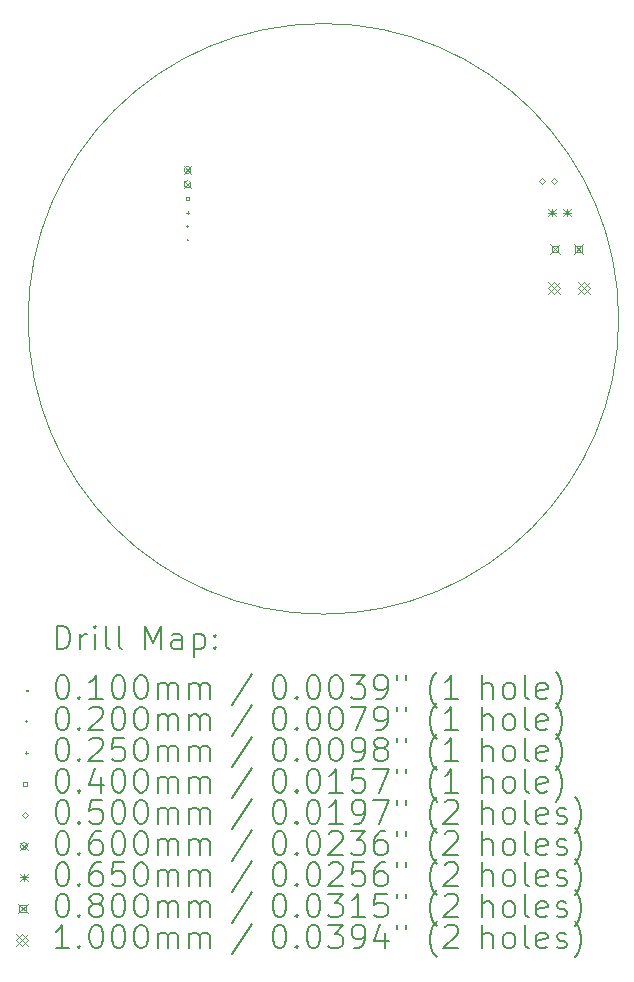
<source format=gbr>
%TF.GenerationSoftware,KiCad,Pcbnew,(7.0.0)*%
%TF.CreationDate,2024-12-03T23:25:58+05:30*%
%TF.ProjectId,IEEE CAS Logo,49454545-2043-4415-9320-4c6f676f2e6b,rev?*%
%TF.SameCoordinates,Original*%
%TF.FileFunction,Drillmap*%
%TF.FilePolarity,Positive*%
%FSLAX45Y45*%
G04 Gerber Fmt 4.5, Leading zero omitted, Abs format (unit mm)*
G04 Created by KiCad (PCBNEW (7.0.0)) date 2024-12-03 23:25:58*
%MOMM*%
%LPD*%
G01*
G04 APERTURE LIST*
%ADD10C,0.100000*%
%ADD11C,0.200000*%
%ADD12C,0.010000*%
%ADD13C,0.020000*%
%ADD14C,0.025000*%
%ADD15C,0.040000*%
%ADD16C,0.050000*%
%ADD17C,0.060000*%
%ADD18C,0.065000*%
%ADD19C,0.080000*%
G04 APERTURE END LIST*
D10*
X16600000Y-10100000D02*
G75*
G03*
X16600000Y-10100000I-2500000J0D01*
G01*
D11*
D12*
X12945000Y-9425000D02*
X12955000Y-9435000D01*
X12955000Y-9425000D02*
X12945000Y-9435000D01*
D13*
X12960000Y-9320000D02*
G75*
G03*
X12960000Y-9320000I-10000J0D01*
G01*
D14*
X12950000Y-9187500D02*
X12950000Y-9212500D01*
X12937500Y-9200000D02*
X12962500Y-9200000D01*
D15*
X12964142Y-9094142D02*
X12964142Y-9065858D01*
X12935858Y-9065858D01*
X12935858Y-9094142D01*
X12964142Y-9094142D01*
D16*
X15950000Y-8955000D02*
X15975000Y-8930000D01*
X15950000Y-8905000D01*
X15925000Y-8930000D01*
X15950000Y-8955000D01*
X16050000Y-8955000D02*
X16075000Y-8930000D01*
X16050000Y-8905000D01*
X16025000Y-8930000D01*
X16050000Y-8955000D01*
D17*
X12920000Y-8810000D02*
X12980000Y-8870000D01*
X12980000Y-8810000D02*
X12920000Y-8870000D01*
X12980000Y-8840000D02*
G75*
G03*
X12980000Y-8840000I-30000J0D01*
G01*
X12920000Y-8930000D02*
X12980000Y-8990000D01*
X12980000Y-8930000D02*
X12920000Y-8990000D01*
X12980000Y-8960000D02*
G75*
G03*
X12980000Y-8960000I-30000J0D01*
G01*
D18*
X16005500Y-9167500D02*
X16070500Y-9232500D01*
X16070500Y-9167500D02*
X16005500Y-9232500D01*
X16038000Y-9167500D02*
X16038000Y-9232500D01*
X16005500Y-9200000D02*
X16070500Y-9200000D01*
X16132500Y-9167500D02*
X16197500Y-9232500D01*
X16197500Y-9167500D02*
X16132500Y-9232500D01*
X16165000Y-9167500D02*
X16165000Y-9232500D01*
X16132500Y-9200000D02*
X16197500Y-9200000D01*
D19*
X16020000Y-9470000D02*
X16100000Y-9550000D01*
X16100000Y-9470000D02*
X16020000Y-9550000D01*
X16088284Y-9538285D02*
X16088284Y-9481716D01*
X16031715Y-9481716D01*
X16031715Y-9538285D01*
X16088284Y-9538285D01*
X16220000Y-9470000D02*
X16300000Y-9550000D01*
X16300000Y-9470000D02*
X16220000Y-9550000D01*
X16288284Y-9538285D02*
X16288284Y-9481716D01*
X16231715Y-9481716D01*
X16231715Y-9538285D01*
X16288284Y-9538285D01*
D10*
X16003500Y-9790000D02*
X16103500Y-9890000D01*
X16103500Y-9790000D02*
X16003500Y-9890000D01*
X16053500Y-9890000D02*
X16103500Y-9840000D01*
X16053500Y-9790000D01*
X16003500Y-9840000D01*
X16053500Y-9890000D01*
X16257500Y-9790000D02*
X16357500Y-9890000D01*
X16357500Y-9790000D02*
X16257500Y-9890000D01*
X16307500Y-9890000D02*
X16357500Y-9840000D01*
X16307500Y-9790000D01*
X16257500Y-9840000D01*
X16307500Y-9890000D01*
D11*
X11842619Y-12898476D02*
X11842619Y-12698476D01*
X11842619Y-12698476D02*
X11890238Y-12698476D01*
X11890238Y-12698476D02*
X11918809Y-12708000D01*
X11918809Y-12708000D02*
X11937857Y-12727048D01*
X11937857Y-12727048D02*
X11947381Y-12746095D01*
X11947381Y-12746095D02*
X11956905Y-12784190D01*
X11956905Y-12784190D02*
X11956905Y-12812762D01*
X11956905Y-12812762D02*
X11947381Y-12850857D01*
X11947381Y-12850857D02*
X11937857Y-12869905D01*
X11937857Y-12869905D02*
X11918809Y-12888952D01*
X11918809Y-12888952D02*
X11890238Y-12898476D01*
X11890238Y-12898476D02*
X11842619Y-12898476D01*
X12042619Y-12898476D02*
X12042619Y-12765143D01*
X12042619Y-12803238D02*
X12052143Y-12784190D01*
X12052143Y-12784190D02*
X12061667Y-12774667D01*
X12061667Y-12774667D02*
X12080714Y-12765143D01*
X12080714Y-12765143D02*
X12099762Y-12765143D01*
X12166428Y-12898476D02*
X12166428Y-12765143D01*
X12166428Y-12698476D02*
X12156905Y-12708000D01*
X12156905Y-12708000D02*
X12166428Y-12717524D01*
X12166428Y-12717524D02*
X12175952Y-12708000D01*
X12175952Y-12708000D02*
X12166428Y-12698476D01*
X12166428Y-12698476D02*
X12166428Y-12717524D01*
X12290238Y-12898476D02*
X12271190Y-12888952D01*
X12271190Y-12888952D02*
X12261667Y-12869905D01*
X12261667Y-12869905D02*
X12261667Y-12698476D01*
X12395000Y-12898476D02*
X12375952Y-12888952D01*
X12375952Y-12888952D02*
X12366428Y-12869905D01*
X12366428Y-12869905D02*
X12366428Y-12698476D01*
X12591190Y-12898476D02*
X12591190Y-12698476D01*
X12591190Y-12698476D02*
X12657857Y-12841333D01*
X12657857Y-12841333D02*
X12724524Y-12698476D01*
X12724524Y-12698476D02*
X12724524Y-12898476D01*
X12905476Y-12898476D02*
X12905476Y-12793714D01*
X12905476Y-12793714D02*
X12895952Y-12774667D01*
X12895952Y-12774667D02*
X12876905Y-12765143D01*
X12876905Y-12765143D02*
X12838809Y-12765143D01*
X12838809Y-12765143D02*
X12819762Y-12774667D01*
X12905476Y-12888952D02*
X12886428Y-12898476D01*
X12886428Y-12898476D02*
X12838809Y-12898476D01*
X12838809Y-12898476D02*
X12819762Y-12888952D01*
X12819762Y-12888952D02*
X12810238Y-12869905D01*
X12810238Y-12869905D02*
X12810238Y-12850857D01*
X12810238Y-12850857D02*
X12819762Y-12831809D01*
X12819762Y-12831809D02*
X12838809Y-12822286D01*
X12838809Y-12822286D02*
X12886428Y-12822286D01*
X12886428Y-12822286D02*
X12905476Y-12812762D01*
X13000714Y-12765143D02*
X13000714Y-12965143D01*
X13000714Y-12774667D02*
X13019762Y-12765143D01*
X13019762Y-12765143D02*
X13057857Y-12765143D01*
X13057857Y-12765143D02*
X13076905Y-12774667D01*
X13076905Y-12774667D02*
X13086428Y-12784190D01*
X13086428Y-12784190D02*
X13095952Y-12803238D01*
X13095952Y-12803238D02*
X13095952Y-12860381D01*
X13095952Y-12860381D02*
X13086428Y-12879428D01*
X13086428Y-12879428D02*
X13076905Y-12888952D01*
X13076905Y-12888952D02*
X13057857Y-12898476D01*
X13057857Y-12898476D02*
X13019762Y-12898476D01*
X13019762Y-12898476D02*
X13000714Y-12888952D01*
X13181667Y-12879428D02*
X13191190Y-12888952D01*
X13191190Y-12888952D02*
X13181667Y-12898476D01*
X13181667Y-12898476D02*
X13172143Y-12888952D01*
X13172143Y-12888952D02*
X13181667Y-12879428D01*
X13181667Y-12879428D02*
X13181667Y-12898476D01*
X13181667Y-12774667D02*
X13191190Y-12784190D01*
X13191190Y-12784190D02*
X13181667Y-12793714D01*
X13181667Y-12793714D02*
X13172143Y-12784190D01*
X13172143Y-12784190D02*
X13181667Y-12774667D01*
X13181667Y-12774667D02*
X13181667Y-12793714D01*
D12*
X11585000Y-13240000D02*
X11595000Y-13250000D01*
X11595000Y-13240000D02*
X11585000Y-13250000D01*
D11*
X11880714Y-13118476D02*
X11899762Y-13118476D01*
X11899762Y-13118476D02*
X11918809Y-13128000D01*
X11918809Y-13128000D02*
X11928333Y-13137524D01*
X11928333Y-13137524D02*
X11937857Y-13156571D01*
X11937857Y-13156571D02*
X11947381Y-13194667D01*
X11947381Y-13194667D02*
X11947381Y-13242286D01*
X11947381Y-13242286D02*
X11937857Y-13280381D01*
X11937857Y-13280381D02*
X11928333Y-13299428D01*
X11928333Y-13299428D02*
X11918809Y-13308952D01*
X11918809Y-13308952D02*
X11899762Y-13318476D01*
X11899762Y-13318476D02*
X11880714Y-13318476D01*
X11880714Y-13318476D02*
X11861667Y-13308952D01*
X11861667Y-13308952D02*
X11852143Y-13299428D01*
X11852143Y-13299428D02*
X11842619Y-13280381D01*
X11842619Y-13280381D02*
X11833095Y-13242286D01*
X11833095Y-13242286D02*
X11833095Y-13194667D01*
X11833095Y-13194667D02*
X11842619Y-13156571D01*
X11842619Y-13156571D02*
X11852143Y-13137524D01*
X11852143Y-13137524D02*
X11861667Y-13128000D01*
X11861667Y-13128000D02*
X11880714Y-13118476D01*
X12033095Y-13299428D02*
X12042619Y-13308952D01*
X12042619Y-13308952D02*
X12033095Y-13318476D01*
X12033095Y-13318476D02*
X12023571Y-13308952D01*
X12023571Y-13308952D02*
X12033095Y-13299428D01*
X12033095Y-13299428D02*
X12033095Y-13318476D01*
X12233095Y-13318476D02*
X12118809Y-13318476D01*
X12175952Y-13318476D02*
X12175952Y-13118476D01*
X12175952Y-13118476D02*
X12156905Y-13147048D01*
X12156905Y-13147048D02*
X12137857Y-13166095D01*
X12137857Y-13166095D02*
X12118809Y-13175619D01*
X12356905Y-13118476D02*
X12375952Y-13118476D01*
X12375952Y-13118476D02*
X12395000Y-13128000D01*
X12395000Y-13128000D02*
X12404524Y-13137524D01*
X12404524Y-13137524D02*
X12414048Y-13156571D01*
X12414048Y-13156571D02*
X12423571Y-13194667D01*
X12423571Y-13194667D02*
X12423571Y-13242286D01*
X12423571Y-13242286D02*
X12414048Y-13280381D01*
X12414048Y-13280381D02*
X12404524Y-13299428D01*
X12404524Y-13299428D02*
X12395000Y-13308952D01*
X12395000Y-13308952D02*
X12375952Y-13318476D01*
X12375952Y-13318476D02*
X12356905Y-13318476D01*
X12356905Y-13318476D02*
X12337857Y-13308952D01*
X12337857Y-13308952D02*
X12328333Y-13299428D01*
X12328333Y-13299428D02*
X12318809Y-13280381D01*
X12318809Y-13280381D02*
X12309286Y-13242286D01*
X12309286Y-13242286D02*
X12309286Y-13194667D01*
X12309286Y-13194667D02*
X12318809Y-13156571D01*
X12318809Y-13156571D02*
X12328333Y-13137524D01*
X12328333Y-13137524D02*
X12337857Y-13128000D01*
X12337857Y-13128000D02*
X12356905Y-13118476D01*
X12547381Y-13118476D02*
X12566429Y-13118476D01*
X12566429Y-13118476D02*
X12585476Y-13128000D01*
X12585476Y-13128000D02*
X12595000Y-13137524D01*
X12595000Y-13137524D02*
X12604524Y-13156571D01*
X12604524Y-13156571D02*
X12614048Y-13194667D01*
X12614048Y-13194667D02*
X12614048Y-13242286D01*
X12614048Y-13242286D02*
X12604524Y-13280381D01*
X12604524Y-13280381D02*
X12595000Y-13299428D01*
X12595000Y-13299428D02*
X12585476Y-13308952D01*
X12585476Y-13308952D02*
X12566429Y-13318476D01*
X12566429Y-13318476D02*
X12547381Y-13318476D01*
X12547381Y-13318476D02*
X12528333Y-13308952D01*
X12528333Y-13308952D02*
X12518809Y-13299428D01*
X12518809Y-13299428D02*
X12509286Y-13280381D01*
X12509286Y-13280381D02*
X12499762Y-13242286D01*
X12499762Y-13242286D02*
X12499762Y-13194667D01*
X12499762Y-13194667D02*
X12509286Y-13156571D01*
X12509286Y-13156571D02*
X12518809Y-13137524D01*
X12518809Y-13137524D02*
X12528333Y-13128000D01*
X12528333Y-13128000D02*
X12547381Y-13118476D01*
X12699762Y-13318476D02*
X12699762Y-13185143D01*
X12699762Y-13204190D02*
X12709286Y-13194667D01*
X12709286Y-13194667D02*
X12728333Y-13185143D01*
X12728333Y-13185143D02*
X12756905Y-13185143D01*
X12756905Y-13185143D02*
X12775952Y-13194667D01*
X12775952Y-13194667D02*
X12785476Y-13213714D01*
X12785476Y-13213714D02*
X12785476Y-13318476D01*
X12785476Y-13213714D02*
X12795000Y-13194667D01*
X12795000Y-13194667D02*
X12814048Y-13185143D01*
X12814048Y-13185143D02*
X12842619Y-13185143D01*
X12842619Y-13185143D02*
X12861667Y-13194667D01*
X12861667Y-13194667D02*
X12871190Y-13213714D01*
X12871190Y-13213714D02*
X12871190Y-13318476D01*
X12966429Y-13318476D02*
X12966429Y-13185143D01*
X12966429Y-13204190D02*
X12975952Y-13194667D01*
X12975952Y-13194667D02*
X12995000Y-13185143D01*
X12995000Y-13185143D02*
X13023571Y-13185143D01*
X13023571Y-13185143D02*
X13042619Y-13194667D01*
X13042619Y-13194667D02*
X13052143Y-13213714D01*
X13052143Y-13213714D02*
X13052143Y-13318476D01*
X13052143Y-13213714D02*
X13061667Y-13194667D01*
X13061667Y-13194667D02*
X13080714Y-13185143D01*
X13080714Y-13185143D02*
X13109286Y-13185143D01*
X13109286Y-13185143D02*
X13128333Y-13194667D01*
X13128333Y-13194667D02*
X13137857Y-13213714D01*
X13137857Y-13213714D02*
X13137857Y-13318476D01*
X13495952Y-13108952D02*
X13324524Y-13366095D01*
X13720714Y-13118476D02*
X13739762Y-13118476D01*
X13739762Y-13118476D02*
X13758810Y-13128000D01*
X13758810Y-13128000D02*
X13768333Y-13137524D01*
X13768333Y-13137524D02*
X13777857Y-13156571D01*
X13777857Y-13156571D02*
X13787381Y-13194667D01*
X13787381Y-13194667D02*
X13787381Y-13242286D01*
X13787381Y-13242286D02*
X13777857Y-13280381D01*
X13777857Y-13280381D02*
X13768333Y-13299428D01*
X13768333Y-13299428D02*
X13758810Y-13308952D01*
X13758810Y-13308952D02*
X13739762Y-13318476D01*
X13739762Y-13318476D02*
X13720714Y-13318476D01*
X13720714Y-13318476D02*
X13701667Y-13308952D01*
X13701667Y-13308952D02*
X13692143Y-13299428D01*
X13692143Y-13299428D02*
X13682619Y-13280381D01*
X13682619Y-13280381D02*
X13673095Y-13242286D01*
X13673095Y-13242286D02*
X13673095Y-13194667D01*
X13673095Y-13194667D02*
X13682619Y-13156571D01*
X13682619Y-13156571D02*
X13692143Y-13137524D01*
X13692143Y-13137524D02*
X13701667Y-13128000D01*
X13701667Y-13128000D02*
X13720714Y-13118476D01*
X13873095Y-13299428D02*
X13882619Y-13308952D01*
X13882619Y-13308952D02*
X13873095Y-13318476D01*
X13873095Y-13318476D02*
X13863571Y-13308952D01*
X13863571Y-13308952D02*
X13873095Y-13299428D01*
X13873095Y-13299428D02*
X13873095Y-13318476D01*
X14006429Y-13118476D02*
X14025476Y-13118476D01*
X14025476Y-13118476D02*
X14044524Y-13128000D01*
X14044524Y-13128000D02*
X14054048Y-13137524D01*
X14054048Y-13137524D02*
X14063571Y-13156571D01*
X14063571Y-13156571D02*
X14073095Y-13194667D01*
X14073095Y-13194667D02*
X14073095Y-13242286D01*
X14073095Y-13242286D02*
X14063571Y-13280381D01*
X14063571Y-13280381D02*
X14054048Y-13299428D01*
X14054048Y-13299428D02*
X14044524Y-13308952D01*
X14044524Y-13308952D02*
X14025476Y-13318476D01*
X14025476Y-13318476D02*
X14006429Y-13318476D01*
X14006429Y-13318476D02*
X13987381Y-13308952D01*
X13987381Y-13308952D02*
X13977857Y-13299428D01*
X13977857Y-13299428D02*
X13968333Y-13280381D01*
X13968333Y-13280381D02*
X13958810Y-13242286D01*
X13958810Y-13242286D02*
X13958810Y-13194667D01*
X13958810Y-13194667D02*
X13968333Y-13156571D01*
X13968333Y-13156571D02*
X13977857Y-13137524D01*
X13977857Y-13137524D02*
X13987381Y-13128000D01*
X13987381Y-13128000D02*
X14006429Y-13118476D01*
X14196905Y-13118476D02*
X14215952Y-13118476D01*
X14215952Y-13118476D02*
X14235000Y-13128000D01*
X14235000Y-13128000D02*
X14244524Y-13137524D01*
X14244524Y-13137524D02*
X14254048Y-13156571D01*
X14254048Y-13156571D02*
X14263571Y-13194667D01*
X14263571Y-13194667D02*
X14263571Y-13242286D01*
X14263571Y-13242286D02*
X14254048Y-13280381D01*
X14254048Y-13280381D02*
X14244524Y-13299428D01*
X14244524Y-13299428D02*
X14235000Y-13308952D01*
X14235000Y-13308952D02*
X14215952Y-13318476D01*
X14215952Y-13318476D02*
X14196905Y-13318476D01*
X14196905Y-13318476D02*
X14177857Y-13308952D01*
X14177857Y-13308952D02*
X14168333Y-13299428D01*
X14168333Y-13299428D02*
X14158810Y-13280381D01*
X14158810Y-13280381D02*
X14149286Y-13242286D01*
X14149286Y-13242286D02*
X14149286Y-13194667D01*
X14149286Y-13194667D02*
X14158810Y-13156571D01*
X14158810Y-13156571D02*
X14168333Y-13137524D01*
X14168333Y-13137524D02*
X14177857Y-13128000D01*
X14177857Y-13128000D02*
X14196905Y-13118476D01*
X14330238Y-13118476D02*
X14454048Y-13118476D01*
X14454048Y-13118476D02*
X14387381Y-13194667D01*
X14387381Y-13194667D02*
X14415952Y-13194667D01*
X14415952Y-13194667D02*
X14435000Y-13204190D01*
X14435000Y-13204190D02*
X14444524Y-13213714D01*
X14444524Y-13213714D02*
X14454048Y-13232762D01*
X14454048Y-13232762D02*
X14454048Y-13280381D01*
X14454048Y-13280381D02*
X14444524Y-13299428D01*
X14444524Y-13299428D02*
X14435000Y-13308952D01*
X14435000Y-13308952D02*
X14415952Y-13318476D01*
X14415952Y-13318476D02*
X14358810Y-13318476D01*
X14358810Y-13318476D02*
X14339762Y-13308952D01*
X14339762Y-13308952D02*
X14330238Y-13299428D01*
X14549286Y-13318476D02*
X14587381Y-13318476D01*
X14587381Y-13318476D02*
X14606429Y-13308952D01*
X14606429Y-13308952D02*
X14615952Y-13299428D01*
X14615952Y-13299428D02*
X14635000Y-13270857D01*
X14635000Y-13270857D02*
X14644524Y-13232762D01*
X14644524Y-13232762D02*
X14644524Y-13156571D01*
X14644524Y-13156571D02*
X14635000Y-13137524D01*
X14635000Y-13137524D02*
X14625476Y-13128000D01*
X14625476Y-13128000D02*
X14606429Y-13118476D01*
X14606429Y-13118476D02*
X14568333Y-13118476D01*
X14568333Y-13118476D02*
X14549286Y-13128000D01*
X14549286Y-13128000D02*
X14539762Y-13137524D01*
X14539762Y-13137524D02*
X14530238Y-13156571D01*
X14530238Y-13156571D02*
X14530238Y-13204190D01*
X14530238Y-13204190D02*
X14539762Y-13223238D01*
X14539762Y-13223238D02*
X14549286Y-13232762D01*
X14549286Y-13232762D02*
X14568333Y-13242286D01*
X14568333Y-13242286D02*
X14606429Y-13242286D01*
X14606429Y-13242286D02*
X14625476Y-13232762D01*
X14625476Y-13232762D02*
X14635000Y-13223238D01*
X14635000Y-13223238D02*
X14644524Y-13204190D01*
X14720714Y-13118476D02*
X14720714Y-13156571D01*
X14796905Y-13118476D02*
X14796905Y-13156571D01*
X15059762Y-13394667D02*
X15050238Y-13385143D01*
X15050238Y-13385143D02*
X15031191Y-13356571D01*
X15031191Y-13356571D02*
X15021667Y-13337524D01*
X15021667Y-13337524D02*
X15012143Y-13308952D01*
X15012143Y-13308952D02*
X15002619Y-13261333D01*
X15002619Y-13261333D02*
X15002619Y-13223238D01*
X15002619Y-13223238D02*
X15012143Y-13175619D01*
X15012143Y-13175619D02*
X15021667Y-13147048D01*
X15021667Y-13147048D02*
X15031191Y-13128000D01*
X15031191Y-13128000D02*
X15050238Y-13099428D01*
X15050238Y-13099428D02*
X15059762Y-13089905D01*
X15240714Y-13318476D02*
X15126429Y-13318476D01*
X15183571Y-13318476D02*
X15183571Y-13118476D01*
X15183571Y-13118476D02*
X15164524Y-13147048D01*
X15164524Y-13147048D02*
X15145476Y-13166095D01*
X15145476Y-13166095D02*
X15126429Y-13175619D01*
X15446429Y-13318476D02*
X15446429Y-13118476D01*
X15532143Y-13318476D02*
X15532143Y-13213714D01*
X15532143Y-13213714D02*
X15522619Y-13194667D01*
X15522619Y-13194667D02*
X15503572Y-13185143D01*
X15503572Y-13185143D02*
X15475000Y-13185143D01*
X15475000Y-13185143D02*
X15455952Y-13194667D01*
X15455952Y-13194667D02*
X15446429Y-13204190D01*
X15655952Y-13318476D02*
X15636905Y-13308952D01*
X15636905Y-13308952D02*
X15627381Y-13299428D01*
X15627381Y-13299428D02*
X15617857Y-13280381D01*
X15617857Y-13280381D02*
X15617857Y-13223238D01*
X15617857Y-13223238D02*
X15627381Y-13204190D01*
X15627381Y-13204190D02*
X15636905Y-13194667D01*
X15636905Y-13194667D02*
X15655952Y-13185143D01*
X15655952Y-13185143D02*
X15684524Y-13185143D01*
X15684524Y-13185143D02*
X15703572Y-13194667D01*
X15703572Y-13194667D02*
X15713095Y-13204190D01*
X15713095Y-13204190D02*
X15722619Y-13223238D01*
X15722619Y-13223238D02*
X15722619Y-13280381D01*
X15722619Y-13280381D02*
X15713095Y-13299428D01*
X15713095Y-13299428D02*
X15703572Y-13308952D01*
X15703572Y-13308952D02*
X15684524Y-13318476D01*
X15684524Y-13318476D02*
X15655952Y-13318476D01*
X15836905Y-13318476D02*
X15817857Y-13308952D01*
X15817857Y-13308952D02*
X15808333Y-13289905D01*
X15808333Y-13289905D02*
X15808333Y-13118476D01*
X15989286Y-13308952D02*
X15970238Y-13318476D01*
X15970238Y-13318476D02*
X15932143Y-13318476D01*
X15932143Y-13318476D02*
X15913095Y-13308952D01*
X15913095Y-13308952D02*
X15903572Y-13289905D01*
X15903572Y-13289905D02*
X15903572Y-13213714D01*
X15903572Y-13213714D02*
X15913095Y-13194667D01*
X15913095Y-13194667D02*
X15932143Y-13185143D01*
X15932143Y-13185143D02*
X15970238Y-13185143D01*
X15970238Y-13185143D02*
X15989286Y-13194667D01*
X15989286Y-13194667D02*
X15998810Y-13213714D01*
X15998810Y-13213714D02*
X15998810Y-13232762D01*
X15998810Y-13232762D02*
X15903572Y-13251809D01*
X16065476Y-13394667D02*
X16075000Y-13385143D01*
X16075000Y-13385143D02*
X16094048Y-13356571D01*
X16094048Y-13356571D02*
X16103572Y-13337524D01*
X16103572Y-13337524D02*
X16113095Y-13308952D01*
X16113095Y-13308952D02*
X16122619Y-13261333D01*
X16122619Y-13261333D02*
X16122619Y-13223238D01*
X16122619Y-13223238D02*
X16113095Y-13175619D01*
X16113095Y-13175619D02*
X16103572Y-13147048D01*
X16103572Y-13147048D02*
X16094048Y-13128000D01*
X16094048Y-13128000D02*
X16075000Y-13099428D01*
X16075000Y-13099428D02*
X16065476Y-13089905D01*
D13*
X11595000Y-13509000D02*
G75*
G03*
X11595000Y-13509000I-10000J0D01*
G01*
D11*
X11880714Y-13382476D02*
X11899762Y-13382476D01*
X11899762Y-13382476D02*
X11918809Y-13392000D01*
X11918809Y-13392000D02*
X11928333Y-13401524D01*
X11928333Y-13401524D02*
X11937857Y-13420571D01*
X11937857Y-13420571D02*
X11947381Y-13458667D01*
X11947381Y-13458667D02*
X11947381Y-13506286D01*
X11947381Y-13506286D02*
X11937857Y-13544381D01*
X11937857Y-13544381D02*
X11928333Y-13563428D01*
X11928333Y-13563428D02*
X11918809Y-13572952D01*
X11918809Y-13572952D02*
X11899762Y-13582476D01*
X11899762Y-13582476D02*
X11880714Y-13582476D01*
X11880714Y-13582476D02*
X11861667Y-13572952D01*
X11861667Y-13572952D02*
X11852143Y-13563428D01*
X11852143Y-13563428D02*
X11842619Y-13544381D01*
X11842619Y-13544381D02*
X11833095Y-13506286D01*
X11833095Y-13506286D02*
X11833095Y-13458667D01*
X11833095Y-13458667D02*
X11842619Y-13420571D01*
X11842619Y-13420571D02*
X11852143Y-13401524D01*
X11852143Y-13401524D02*
X11861667Y-13392000D01*
X11861667Y-13392000D02*
X11880714Y-13382476D01*
X12033095Y-13563428D02*
X12042619Y-13572952D01*
X12042619Y-13572952D02*
X12033095Y-13582476D01*
X12033095Y-13582476D02*
X12023571Y-13572952D01*
X12023571Y-13572952D02*
X12033095Y-13563428D01*
X12033095Y-13563428D02*
X12033095Y-13582476D01*
X12118809Y-13401524D02*
X12128333Y-13392000D01*
X12128333Y-13392000D02*
X12147381Y-13382476D01*
X12147381Y-13382476D02*
X12195000Y-13382476D01*
X12195000Y-13382476D02*
X12214048Y-13392000D01*
X12214048Y-13392000D02*
X12223571Y-13401524D01*
X12223571Y-13401524D02*
X12233095Y-13420571D01*
X12233095Y-13420571D02*
X12233095Y-13439619D01*
X12233095Y-13439619D02*
X12223571Y-13468190D01*
X12223571Y-13468190D02*
X12109286Y-13582476D01*
X12109286Y-13582476D02*
X12233095Y-13582476D01*
X12356905Y-13382476D02*
X12375952Y-13382476D01*
X12375952Y-13382476D02*
X12395000Y-13392000D01*
X12395000Y-13392000D02*
X12404524Y-13401524D01*
X12404524Y-13401524D02*
X12414048Y-13420571D01*
X12414048Y-13420571D02*
X12423571Y-13458667D01*
X12423571Y-13458667D02*
X12423571Y-13506286D01*
X12423571Y-13506286D02*
X12414048Y-13544381D01*
X12414048Y-13544381D02*
X12404524Y-13563428D01*
X12404524Y-13563428D02*
X12395000Y-13572952D01*
X12395000Y-13572952D02*
X12375952Y-13582476D01*
X12375952Y-13582476D02*
X12356905Y-13582476D01*
X12356905Y-13582476D02*
X12337857Y-13572952D01*
X12337857Y-13572952D02*
X12328333Y-13563428D01*
X12328333Y-13563428D02*
X12318809Y-13544381D01*
X12318809Y-13544381D02*
X12309286Y-13506286D01*
X12309286Y-13506286D02*
X12309286Y-13458667D01*
X12309286Y-13458667D02*
X12318809Y-13420571D01*
X12318809Y-13420571D02*
X12328333Y-13401524D01*
X12328333Y-13401524D02*
X12337857Y-13392000D01*
X12337857Y-13392000D02*
X12356905Y-13382476D01*
X12547381Y-13382476D02*
X12566429Y-13382476D01*
X12566429Y-13382476D02*
X12585476Y-13392000D01*
X12585476Y-13392000D02*
X12595000Y-13401524D01*
X12595000Y-13401524D02*
X12604524Y-13420571D01*
X12604524Y-13420571D02*
X12614048Y-13458667D01*
X12614048Y-13458667D02*
X12614048Y-13506286D01*
X12614048Y-13506286D02*
X12604524Y-13544381D01*
X12604524Y-13544381D02*
X12595000Y-13563428D01*
X12595000Y-13563428D02*
X12585476Y-13572952D01*
X12585476Y-13572952D02*
X12566429Y-13582476D01*
X12566429Y-13582476D02*
X12547381Y-13582476D01*
X12547381Y-13582476D02*
X12528333Y-13572952D01*
X12528333Y-13572952D02*
X12518809Y-13563428D01*
X12518809Y-13563428D02*
X12509286Y-13544381D01*
X12509286Y-13544381D02*
X12499762Y-13506286D01*
X12499762Y-13506286D02*
X12499762Y-13458667D01*
X12499762Y-13458667D02*
X12509286Y-13420571D01*
X12509286Y-13420571D02*
X12518809Y-13401524D01*
X12518809Y-13401524D02*
X12528333Y-13392000D01*
X12528333Y-13392000D02*
X12547381Y-13382476D01*
X12699762Y-13582476D02*
X12699762Y-13449143D01*
X12699762Y-13468190D02*
X12709286Y-13458667D01*
X12709286Y-13458667D02*
X12728333Y-13449143D01*
X12728333Y-13449143D02*
X12756905Y-13449143D01*
X12756905Y-13449143D02*
X12775952Y-13458667D01*
X12775952Y-13458667D02*
X12785476Y-13477714D01*
X12785476Y-13477714D02*
X12785476Y-13582476D01*
X12785476Y-13477714D02*
X12795000Y-13458667D01*
X12795000Y-13458667D02*
X12814048Y-13449143D01*
X12814048Y-13449143D02*
X12842619Y-13449143D01*
X12842619Y-13449143D02*
X12861667Y-13458667D01*
X12861667Y-13458667D02*
X12871190Y-13477714D01*
X12871190Y-13477714D02*
X12871190Y-13582476D01*
X12966429Y-13582476D02*
X12966429Y-13449143D01*
X12966429Y-13468190D02*
X12975952Y-13458667D01*
X12975952Y-13458667D02*
X12995000Y-13449143D01*
X12995000Y-13449143D02*
X13023571Y-13449143D01*
X13023571Y-13449143D02*
X13042619Y-13458667D01*
X13042619Y-13458667D02*
X13052143Y-13477714D01*
X13052143Y-13477714D02*
X13052143Y-13582476D01*
X13052143Y-13477714D02*
X13061667Y-13458667D01*
X13061667Y-13458667D02*
X13080714Y-13449143D01*
X13080714Y-13449143D02*
X13109286Y-13449143D01*
X13109286Y-13449143D02*
X13128333Y-13458667D01*
X13128333Y-13458667D02*
X13137857Y-13477714D01*
X13137857Y-13477714D02*
X13137857Y-13582476D01*
X13495952Y-13372952D02*
X13324524Y-13630095D01*
X13720714Y-13382476D02*
X13739762Y-13382476D01*
X13739762Y-13382476D02*
X13758810Y-13392000D01*
X13758810Y-13392000D02*
X13768333Y-13401524D01*
X13768333Y-13401524D02*
X13777857Y-13420571D01*
X13777857Y-13420571D02*
X13787381Y-13458667D01*
X13787381Y-13458667D02*
X13787381Y-13506286D01*
X13787381Y-13506286D02*
X13777857Y-13544381D01*
X13777857Y-13544381D02*
X13768333Y-13563428D01*
X13768333Y-13563428D02*
X13758810Y-13572952D01*
X13758810Y-13572952D02*
X13739762Y-13582476D01*
X13739762Y-13582476D02*
X13720714Y-13582476D01*
X13720714Y-13582476D02*
X13701667Y-13572952D01*
X13701667Y-13572952D02*
X13692143Y-13563428D01*
X13692143Y-13563428D02*
X13682619Y-13544381D01*
X13682619Y-13544381D02*
X13673095Y-13506286D01*
X13673095Y-13506286D02*
X13673095Y-13458667D01*
X13673095Y-13458667D02*
X13682619Y-13420571D01*
X13682619Y-13420571D02*
X13692143Y-13401524D01*
X13692143Y-13401524D02*
X13701667Y-13392000D01*
X13701667Y-13392000D02*
X13720714Y-13382476D01*
X13873095Y-13563428D02*
X13882619Y-13572952D01*
X13882619Y-13572952D02*
X13873095Y-13582476D01*
X13873095Y-13582476D02*
X13863571Y-13572952D01*
X13863571Y-13572952D02*
X13873095Y-13563428D01*
X13873095Y-13563428D02*
X13873095Y-13582476D01*
X14006429Y-13382476D02*
X14025476Y-13382476D01*
X14025476Y-13382476D02*
X14044524Y-13392000D01*
X14044524Y-13392000D02*
X14054048Y-13401524D01*
X14054048Y-13401524D02*
X14063571Y-13420571D01*
X14063571Y-13420571D02*
X14073095Y-13458667D01*
X14073095Y-13458667D02*
X14073095Y-13506286D01*
X14073095Y-13506286D02*
X14063571Y-13544381D01*
X14063571Y-13544381D02*
X14054048Y-13563428D01*
X14054048Y-13563428D02*
X14044524Y-13572952D01*
X14044524Y-13572952D02*
X14025476Y-13582476D01*
X14025476Y-13582476D02*
X14006429Y-13582476D01*
X14006429Y-13582476D02*
X13987381Y-13572952D01*
X13987381Y-13572952D02*
X13977857Y-13563428D01*
X13977857Y-13563428D02*
X13968333Y-13544381D01*
X13968333Y-13544381D02*
X13958810Y-13506286D01*
X13958810Y-13506286D02*
X13958810Y-13458667D01*
X13958810Y-13458667D02*
X13968333Y-13420571D01*
X13968333Y-13420571D02*
X13977857Y-13401524D01*
X13977857Y-13401524D02*
X13987381Y-13392000D01*
X13987381Y-13392000D02*
X14006429Y-13382476D01*
X14196905Y-13382476D02*
X14215952Y-13382476D01*
X14215952Y-13382476D02*
X14235000Y-13392000D01*
X14235000Y-13392000D02*
X14244524Y-13401524D01*
X14244524Y-13401524D02*
X14254048Y-13420571D01*
X14254048Y-13420571D02*
X14263571Y-13458667D01*
X14263571Y-13458667D02*
X14263571Y-13506286D01*
X14263571Y-13506286D02*
X14254048Y-13544381D01*
X14254048Y-13544381D02*
X14244524Y-13563428D01*
X14244524Y-13563428D02*
X14235000Y-13572952D01*
X14235000Y-13572952D02*
X14215952Y-13582476D01*
X14215952Y-13582476D02*
X14196905Y-13582476D01*
X14196905Y-13582476D02*
X14177857Y-13572952D01*
X14177857Y-13572952D02*
X14168333Y-13563428D01*
X14168333Y-13563428D02*
X14158810Y-13544381D01*
X14158810Y-13544381D02*
X14149286Y-13506286D01*
X14149286Y-13506286D02*
X14149286Y-13458667D01*
X14149286Y-13458667D02*
X14158810Y-13420571D01*
X14158810Y-13420571D02*
X14168333Y-13401524D01*
X14168333Y-13401524D02*
X14177857Y-13392000D01*
X14177857Y-13392000D02*
X14196905Y-13382476D01*
X14330238Y-13382476D02*
X14463571Y-13382476D01*
X14463571Y-13382476D02*
X14377857Y-13582476D01*
X14549286Y-13582476D02*
X14587381Y-13582476D01*
X14587381Y-13582476D02*
X14606429Y-13572952D01*
X14606429Y-13572952D02*
X14615952Y-13563428D01*
X14615952Y-13563428D02*
X14635000Y-13534857D01*
X14635000Y-13534857D02*
X14644524Y-13496762D01*
X14644524Y-13496762D02*
X14644524Y-13420571D01*
X14644524Y-13420571D02*
X14635000Y-13401524D01*
X14635000Y-13401524D02*
X14625476Y-13392000D01*
X14625476Y-13392000D02*
X14606429Y-13382476D01*
X14606429Y-13382476D02*
X14568333Y-13382476D01*
X14568333Y-13382476D02*
X14549286Y-13392000D01*
X14549286Y-13392000D02*
X14539762Y-13401524D01*
X14539762Y-13401524D02*
X14530238Y-13420571D01*
X14530238Y-13420571D02*
X14530238Y-13468190D01*
X14530238Y-13468190D02*
X14539762Y-13487238D01*
X14539762Y-13487238D02*
X14549286Y-13496762D01*
X14549286Y-13496762D02*
X14568333Y-13506286D01*
X14568333Y-13506286D02*
X14606429Y-13506286D01*
X14606429Y-13506286D02*
X14625476Y-13496762D01*
X14625476Y-13496762D02*
X14635000Y-13487238D01*
X14635000Y-13487238D02*
X14644524Y-13468190D01*
X14720714Y-13382476D02*
X14720714Y-13420571D01*
X14796905Y-13382476D02*
X14796905Y-13420571D01*
X15059762Y-13658667D02*
X15050238Y-13649143D01*
X15050238Y-13649143D02*
X15031191Y-13620571D01*
X15031191Y-13620571D02*
X15021667Y-13601524D01*
X15021667Y-13601524D02*
X15012143Y-13572952D01*
X15012143Y-13572952D02*
X15002619Y-13525333D01*
X15002619Y-13525333D02*
X15002619Y-13487238D01*
X15002619Y-13487238D02*
X15012143Y-13439619D01*
X15012143Y-13439619D02*
X15021667Y-13411048D01*
X15021667Y-13411048D02*
X15031191Y-13392000D01*
X15031191Y-13392000D02*
X15050238Y-13363428D01*
X15050238Y-13363428D02*
X15059762Y-13353905D01*
X15240714Y-13582476D02*
X15126429Y-13582476D01*
X15183571Y-13582476D02*
X15183571Y-13382476D01*
X15183571Y-13382476D02*
X15164524Y-13411048D01*
X15164524Y-13411048D02*
X15145476Y-13430095D01*
X15145476Y-13430095D02*
X15126429Y-13439619D01*
X15446429Y-13582476D02*
X15446429Y-13382476D01*
X15532143Y-13582476D02*
X15532143Y-13477714D01*
X15532143Y-13477714D02*
X15522619Y-13458667D01*
X15522619Y-13458667D02*
X15503572Y-13449143D01*
X15503572Y-13449143D02*
X15475000Y-13449143D01*
X15475000Y-13449143D02*
X15455952Y-13458667D01*
X15455952Y-13458667D02*
X15446429Y-13468190D01*
X15655952Y-13582476D02*
X15636905Y-13572952D01*
X15636905Y-13572952D02*
X15627381Y-13563428D01*
X15627381Y-13563428D02*
X15617857Y-13544381D01*
X15617857Y-13544381D02*
X15617857Y-13487238D01*
X15617857Y-13487238D02*
X15627381Y-13468190D01*
X15627381Y-13468190D02*
X15636905Y-13458667D01*
X15636905Y-13458667D02*
X15655952Y-13449143D01*
X15655952Y-13449143D02*
X15684524Y-13449143D01*
X15684524Y-13449143D02*
X15703572Y-13458667D01*
X15703572Y-13458667D02*
X15713095Y-13468190D01*
X15713095Y-13468190D02*
X15722619Y-13487238D01*
X15722619Y-13487238D02*
X15722619Y-13544381D01*
X15722619Y-13544381D02*
X15713095Y-13563428D01*
X15713095Y-13563428D02*
X15703572Y-13572952D01*
X15703572Y-13572952D02*
X15684524Y-13582476D01*
X15684524Y-13582476D02*
X15655952Y-13582476D01*
X15836905Y-13582476D02*
X15817857Y-13572952D01*
X15817857Y-13572952D02*
X15808333Y-13553905D01*
X15808333Y-13553905D02*
X15808333Y-13382476D01*
X15989286Y-13572952D02*
X15970238Y-13582476D01*
X15970238Y-13582476D02*
X15932143Y-13582476D01*
X15932143Y-13582476D02*
X15913095Y-13572952D01*
X15913095Y-13572952D02*
X15903572Y-13553905D01*
X15903572Y-13553905D02*
X15903572Y-13477714D01*
X15903572Y-13477714D02*
X15913095Y-13458667D01*
X15913095Y-13458667D02*
X15932143Y-13449143D01*
X15932143Y-13449143D02*
X15970238Y-13449143D01*
X15970238Y-13449143D02*
X15989286Y-13458667D01*
X15989286Y-13458667D02*
X15998810Y-13477714D01*
X15998810Y-13477714D02*
X15998810Y-13496762D01*
X15998810Y-13496762D02*
X15903572Y-13515809D01*
X16065476Y-13658667D02*
X16075000Y-13649143D01*
X16075000Y-13649143D02*
X16094048Y-13620571D01*
X16094048Y-13620571D02*
X16103572Y-13601524D01*
X16103572Y-13601524D02*
X16113095Y-13572952D01*
X16113095Y-13572952D02*
X16122619Y-13525333D01*
X16122619Y-13525333D02*
X16122619Y-13487238D01*
X16122619Y-13487238D02*
X16113095Y-13439619D01*
X16113095Y-13439619D02*
X16103572Y-13411048D01*
X16103572Y-13411048D02*
X16094048Y-13392000D01*
X16094048Y-13392000D02*
X16075000Y-13363428D01*
X16075000Y-13363428D02*
X16065476Y-13353905D01*
D14*
X11582500Y-13760500D02*
X11582500Y-13785500D01*
X11570000Y-13773000D02*
X11595000Y-13773000D01*
D11*
X11880714Y-13646476D02*
X11899762Y-13646476D01*
X11899762Y-13646476D02*
X11918809Y-13656000D01*
X11918809Y-13656000D02*
X11928333Y-13665524D01*
X11928333Y-13665524D02*
X11937857Y-13684571D01*
X11937857Y-13684571D02*
X11947381Y-13722667D01*
X11947381Y-13722667D02*
X11947381Y-13770286D01*
X11947381Y-13770286D02*
X11937857Y-13808381D01*
X11937857Y-13808381D02*
X11928333Y-13827428D01*
X11928333Y-13827428D02*
X11918809Y-13836952D01*
X11918809Y-13836952D02*
X11899762Y-13846476D01*
X11899762Y-13846476D02*
X11880714Y-13846476D01*
X11880714Y-13846476D02*
X11861667Y-13836952D01*
X11861667Y-13836952D02*
X11852143Y-13827428D01*
X11852143Y-13827428D02*
X11842619Y-13808381D01*
X11842619Y-13808381D02*
X11833095Y-13770286D01*
X11833095Y-13770286D02*
X11833095Y-13722667D01*
X11833095Y-13722667D02*
X11842619Y-13684571D01*
X11842619Y-13684571D02*
X11852143Y-13665524D01*
X11852143Y-13665524D02*
X11861667Y-13656000D01*
X11861667Y-13656000D02*
X11880714Y-13646476D01*
X12033095Y-13827428D02*
X12042619Y-13836952D01*
X12042619Y-13836952D02*
X12033095Y-13846476D01*
X12033095Y-13846476D02*
X12023571Y-13836952D01*
X12023571Y-13836952D02*
X12033095Y-13827428D01*
X12033095Y-13827428D02*
X12033095Y-13846476D01*
X12118809Y-13665524D02*
X12128333Y-13656000D01*
X12128333Y-13656000D02*
X12147381Y-13646476D01*
X12147381Y-13646476D02*
X12195000Y-13646476D01*
X12195000Y-13646476D02*
X12214048Y-13656000D01*
X12214048Y-13656000D02*
X12223571Y-13665524D01*
X12223571Y-13665524D02*
X12233095Y-13684571D01*
X12233095Y-13684571D02*
X12233095Y-13703619D01*
X12233095Y-13703619D02*
X12223571Y-13732190D01*
X12223571Y-13732190D02*
X12109286Y-13846476D01*
X12109286Y-13846476D02*
X12233095Y-13846476D01*
X12414048Y-13646476D02*
X12318809Y-13646476D01*
X12318809Y-13646476D02*
X12309286Y-13741714D01*
X12309286Y-13741714D02*
X12318809Y-13732190D01*
X12318809Y-13732190D02*
X12337857Y-13722667D01*
X12337857Y-13722667D02*
X12385476Y-13722667D01*
X12385476Y-13722667D02*
X12404524Y-13732190D01*
X12404524Y-13732190D02*
X12414048Y-13741714D01*
X12414048Y-13741714D02*
X12423571Y-13760762D01*
X12423571Y-13760762D02*
X12423571Y-13808381D01*
X12423571Y-13808381D02*
X12414048Y-13827428D01*
X12414048Y-13827428D02*
X12404524Y-13836952D01*
X12404524Y-13836952D02*
X12385476Y-13846476D01*
X12385476Y-13846476D02*
X12337857Y-13846476D01*
X12337857Y-13846476D02*
X12318809Y-13836952D01*
X12318809Y-13836952D02*
X12309286Y-13827428D01*
X12547381Y-13646476D02*
X12566429Y-13646476D01*
X12566429Y-13646476D02*
X12585476Y-13656000D01*
X12585476Y-13656000D02*
X12595000Y-13665524D01*
X12595000Y-13665524D02*
X12604524Y-13684571D01*
X12604524Y-13684571D02*
X12614048Y-13722667D01*
X12614048Y-13722667D02*
X12614048Y-13770286D01*
X12614048Y-13770286D02*
X12604524Y-13808381D01*
X12604524Y-13808381D02*
X12595000Y-13827428D01*
X12595000Y-13827428D02*
X12585476Y-13836952D01*
X12585476Y-13836952D02*
X12566429Y-13846476D01*
X12566429Y-13846476D02*
X12547381Y-13846476D01*
X12547381Y-13846476D02*
X12528333Y-13836952D01*
X12528333Y-13836952D02*
X12518809Y-13827428D01*
X12518809Y-13827428D02*
X12509286Y-13808381D01*
X12509286Y-13808381D02*
X12499762Y-13770286D01*
X12499762Y-13770286D02*
X12499762Y-13722667D01*
X12499762Y-13722667D02*
X12509286Y-13684571D01*
X12509286Y-13684571D02*
X12518809Y-13665524D01*
X12518809Y-13665524D02*
X12528333Y-13656000D01*
X12528333Y-13656000D02*
X12547381Y-13646476D01*
X12699762Y-13846476D02*
X12699762Y-13713143D01*
X12699762Y-13732190D02*
X12709286Y-13722667D01*
X12709286Y-13722667D02*
X12728333Y-13713143D01*
X12728333Y-13713143D02*
X12756905Y-13713143D01*
X12756905Y-13713143D02*
X12775952Y-13722667D01*
X12775952Y-13722667D02*
X12785476Y-13741714D01*
X12785476Y-13741714D02*
X12785476Y-13846476D01*
X12785476Y-13741714D02*
X12795000Y-13722667D01*
X12795000Y-13722667D02*
X12814048Y-13713143D01*
X12814048Y-13713143D02*
X12842619Y-13713143D01*
X12842619Y-13713143D02*
X12861667Y-13722667D01*
X12861667Y-13722667D02*
X12871190Y-13741714D01*
X12871190Y-13741714D02*
X12871190Y-13846476D01*
X12966429Y-13846476D02*
X12966429Y-13713143D01*
X12966429Y-13732190D02*
X12975952Y-13722667D01*
X12975952Y-13722667D02*
X12995000Y-13713143D01*
X12995000Y-13713143D02*
X13023571Y-13713143D01*
X13023571Y-13713143D02*
X13042619Y-13722667D01*
X13042619Y-13722667D02*
X13052143Y-13741714D01*
X13052143Y-13741714D02*
X13052143Y-13846476D01*
X13052143Y-13741714D02*
X13061667Y-13722667D01*
X13061667Y-13722667D02*
X13080714Y-13713143D01*
X13080714Y-13713143D02*
X13109286Y-13713143D01*
X13109286Y-13713143D02*
X13128333Y-13722667D01*
X13128333Y-13722667D02*
X13137857Y-13741714D01*
X13137857Y-13741714D02*
X13137857Y-13846476D01*
X13495952Y-13636952D02*
X13324524Y-13894095D01*
X13720714Y-13646476D02*
X13739762Y-13646476D01*
X13739762Y-13646476D02*
X13758810Y-13656000D01*
X13758810Y-13656000D02*
X13768333Y-13665524D01*
X13768333Y-13665524D02*
X13777857Y-13684571D01*
X13777857Y-13684571D02*
X13787381Y-13722667D01*
X13787381Y-13722667D02*
X13787381Y-13770286D01*
X13787381Y-13770286D02*
X13777857Y-13808381D01*
X13777857Y-13808381D02*
X13768333Y-13827428D01*
X13768333Y-13827428D02*
X13758810Y-13836952D01*
X13758810Y-13836952D02*
X13739762Y-13846476D01*
X13739762Y-13846476D02*
X13720714Y-13846476D01*
X13720714Y-13846476D02*
X13701667Y-13836952D01*
X13701667Y-13836952D02*
X13692143Y-13827428D01*
X13692143Y-13827428D02*
X13682619Y-13808381D01*
X13682619Y-13808381D02*
X13673095Y-13770286D01*
X13673095Y-13770286D02*
X13673095Y-13722667D01*
X13673095Y-13722667D02*
X13682619Y-13684571D01*
X13682619Y-13684571D02*
X13692143Y-13665524D01*
X13692143Y-13665524D02*
X13701667Y-13656000D01*
X13701667Y-13656000D02*
X13720714Y-13646476D01*
X13873095Y-13827428D02*
X13882619Y-13836952D01*
X13882619Y-13836952D02*
X13873095Y-13846476D01*
X13873095Y-13846476D02*
X13863571Y-13836952D01*
X13863571Y-13836952D02*
X13873095Y-13827428D01*
X13873095Y-13827428D02*
X13873095Y-13846476D01*
X14006429Y-13646476D02*
X14025476Y-13646476D01*
X14025476Y-13646476D02*
X14044524Y-13656000D01*
X14044524Y-13656000D02*
X14054048Y-13665524D01*
X14054048Y-13665524D02*
X14063571Y-13684571D01*
X14063571Y-13684571D02*
X14073095Y-13722667D01*
X14073095Y-13722667D02*
X14073095Y-13770286D01*
X14073095Y-13770286D02*
X14063571Y-13808381D01*
X14063571Y-13808381D02*
X14054048Y-13827428D01*
X14054048Y-13827428D02*
X14044524Y-13836952D01*
X14044524Y-13836952D02*
X14025476Y-13846476D01*
X14025476Y-13846476D02*
X14006429Y-13846476D01*
X14006429Y-13846476D02*
X13987381Y-13836952D01*
X13987381Y-13836952D02*
X13977857Y-13827428D01*
X13977857Y-13827428D02*
X13968333Y-13808381D01*
X13968333Y-13808381D02*
X13958810Y-13770286D01*
X13958810Y-13770286D02*
X13958810Y-13722667D01*
X13958810Y-13722667D02*
X13968333Y-13684571D01*
X13968333Y-13684571D02*
X13977857Y-13665524D01*
X13977857Y-13665524D02*
X13987381Y-13656000D01*
X13987381Y-13656000D02*
X14006429Y-13646476D01*
X14196905Y-13646476D02*
X14215952Y-13646476D01*
X14215952Y-13646476D02*
X14235000Y-13656000D01*
X14235000Y-13656000D02*
X14244524Y-13665524D01*
X14244524Y-13665524D02*
X14254048Y-13684571D01*
X14254048Y-13684571D02*
X14263571Y-13722667D01*
X14263571Y-13722667D02*
X14263571Y-13770286D01*
X14263571Y-13770286D02*
X14254048Y-13808381D01*
X14254048Y-13808381D02*
X14244524Y-13827428D01*
X14244524Y-13827428D02*
X14235000Y-13836952D01*
X14235000Y-13836952D02*
X14215952Y-13846476D01*
X14215952Y-13846476D02*
X14196905Y-13846476D01*
X14196905Y-13846476D02*
X14177857Y-13836952D01*
X14177857Y-13836952D02*
X14168333Y-13827428D01*
X14168333Y-13827428D02*
X14158810Y-13808381D01*
X14158810Y-13808381D02*
X14149286Y-13770286D01*
X14149286Y-13770286D02*
X14149286Y-13722667D01*
X14149286Y-13722667D02*
X14158810Y-13684571D01*
X14158810Y-13684571D02*
X14168333Y-13665524D01*
X14168333Y-13665524D02*
X14177857Y-13656000D01*
X14177857Y-13656000D02*
X14196905Y-13646476D01*
X14358810Y-13846476D02*
X14396905Y-13846476D01*
X14396905Y-13846476D02*
X14415952Y-13836952D01*
X14415952Y-13836952D02*
X14425476Y-13827428D01*
X14425476Y-13827428D02*
X14444524Y-13798857D01*
X14444524Y-13798857D02*
X14454048Y-13760762D01*
X14454048Y-13760762D02*
X14454048Y-13684571D01*
X14454048Y-13684571D02*
X14444524Y-13665524D01*
X14444524Y-13665524D02*
X14435000Y-13656000D01*
X14435000Y-13656000D02*
X14415952Y-13646476D01*
X14415952Y-13646476D02*
X14377857Y-13646476D01*
X14377857Y-13646476D02*
X14358810Y-13656000D01*
X14358810Y-13656000D02*
X14349286Y-13665524D01*
X14349286Y-13665524D02*
X14339762Y-13684571D01*
X14339762Y-13684571D02*
X14339762Y-13732190D01*
X14339762Y-13732190D02*
X14349286Y-13751238D01*
X14349286Y-13751238D02*
X14358810Y-13760762D01*
X14358810Y-13760762D02*
X14377857Y-13770286D01*
X14377857Y-13770286D02*
X14415952Y-13770286D01*
X14415952Y-13770286D02*
X14435000Y-13760762D01*
X14435000Y-13760762D02*
X14444524Y-13751238D01*
X14444524Y-13751238D02*
X14454048Y-13732190D01*
X14568333Y-13732190D02*
X14549286Y-13722667D01*
X14549286Y-13722667D02*
X14539762Y-13713143D01*
X14539762Y-13713143D02*
X14530238Y-13694095D01*
X14530238Y-13694095D02*
X14530238Y-13684571D01*
X14530238Y-13684571D02*
X14539762Y-13665524D01*
X14539762Y-13665524D02*
X14549286Y-13656000D01*
X14549286Y-13656000D02*
X14568333Y-13646476D01*
X14568333Y-13646476D02*
X14606429Y-13646476D01*
X14606429Y-13646476D02*
X14625476Y-13656000D01*
X14625476Y-13656000D02*
X14635000Y-13665524D01*
X14635000Y-13665524D02*
X14644524Y-13684571D01*
X14644524Y-13684571D02*
X14644524Y-13694095D01*
X14644524Y-13694095D02*
X14635000Y-13713143D01*
X14635000Y-13713143D02*
X14625476Y-13722667D01*
X14625476Y-13722667D02*
X14606429Y-13732190D01*
X14606429Y-13732190D02*
X14568333Y-13732190D01*
X14568333Y-13732190D02*
X14549286Y-13741714D01*
X14549286Y-13741714D02*
X14539762Y-13751238D01*
X14539762Y-13751238D02*
X14530238Y-13770286D01*
X14530238Y-13770286D02*
X14530238Y-13808381D01*
X14530238Y-13808381D02*
X14539762Y-13827428D01*
X14539762Y-13827428D02*
X14549286Y-13836952D01*
X14549286Y-13836952D02*
X14568333Y-13846476D01*
X14568333Y-13846476D02*
X14606429Y-13846476D01*
X14606429Y-13846476D02*
X14625476Y-13836952D01*
X14625476Y-13836952D02*
X14635000Y-13827428D01*
X14635000Y-13827428D02*
X14644524Y-13808381D01*
X14644524Y-13808381D02*
X14644524Y-13770286D01*
X14644524Y-13770286D02*
X14635000Y-13751238D01*
X14635000Y-13751238D02*
X14625476Y-13741714D01*
X14625476Y-13741714D02*
X14606429Y-13732190D01*
X14720714Y-13646476D02*
X14720714Y-13684571D01*
X14796905Y-13646476D02*
X14796905Y-13684571D01*
X15059762Y-13922667D02*
X15050238Y-13913143D01*
X15050238Y-13913143D02*
X15031191Y-13884571D01*
X15031191Y-13884571D02*
X15021667Y-13865524D01*
X15021667Y-13865524D02*
X15012143Y-13836952D01*
X15012143Y-13836952D02*
X15002619Y-13789333D01*
X15002619Y-13789333D02*
X15002619Y-13751238D01*
X15002619Y-13751238D02*
X15012143Y-13703619D01*
X15012143Y-13703619D02*
X15021667Y-13675048D01*
X15021667Y-13675048D02*
X15031191Y-13656000D01*
X15031191Y-13656000D02*
X15050238Y-13627428D01*
X15050238Y-13627428D02*
X15059762Y-13617905D01*
X15240714Y-13846476D02*
X15126429Y-13846476D01*
X15183571Y-13846476D02*
X15183571Y-13646476D01*
X15183571Y-13646476D02*
X15164524Y-13675048D01*
X15164524Y-13675048D02*
X15145476Y-13694095D01*
X15145476Y-13694095D02*
X15126429Y-13703619D01*
X15446429Y-13846476D02*
X15446429Y-13646476D01*
X15532143Y-13846476D02*
X15532143Y-13741714D01*
X15532143Y-13741714D02*
X15522619Y-13722667D01*
X15522619Y-13722667D02*
X15503572Y-13713143D01*
X15503572Y-13713143D02*
X15475000Y-13713143D01*
X15475000Y-13713143D02*
X15455952Y-13722667D01*
X15455952Y-13722667D02*
X15446429Y-13732190D01*
X15655952Y-13846476D02*
X15636905Y-13836952D01*
X15636905Y-13836952D02*
X15627381Y-13827428D01*
X15627381Y-13827428D02*
X15617857Y-13808381D01*
X15617857Y-13808381D02*
X15617857Y-13751238D01*
X15617857Y-13751238D02*
X15627381Y-13732190D01*
X15627381Y-13732190D02*
X15636905Y-13722667D01*
X15636905Y-13722667D02*
X15655952Y-13713143D01*
X15655952Y-13713143D02*
X15684524Y-13713143D01*
X15684524Y-13713143D02*
X15703572Y-13722667D01*
X15703572Y-13722667D02*
X15713095Y-13732190D01*
X15713095Y-13732190D02*
X15722619Y-13751238D01*
X15722619Y-13751238D02*
X15722619Y-13808381D01*
X15722619Y-13808381D02*
X15713095Y-13827428D01*
X15713095Y-13827428D02*
X15703572Y-13836952D01*
X15703572Y-13836952D02*
X15684524Y-13846476D01*
X15684524Y-13846476D02*
X15655952Y-13846476D01*
X15836905Y-13846476D02*
X15817857Y-13836952D01*
X15817857Y-13836952D02*
X15808333Y-13817905D01*
X15808333Y-13817905D02*
X15808333Y-13646476D01*
X15989286Y-13836952D02*
X15970238Y-13846476D01*
X15970238Y-13846476D02*
X15932143Y-13846476D01*
X15932143Y-13846476D02*
X15913095Y-13836952D01*
X15913095Y-13836952D02*
X15903572Y-13817905D01*
X15903572Y-13817905D02*
X15903572Y-13741714D01*
X15903572Y-13741714D02*
X15913095Y-13722667D01*
X15913095Y-13722667D02*
X15932143Y-13713143D01*
X15932143Y-13713143D02*
X15970238Y-13713143D01*
X15970238Y-13713143D02*
X15989286Y-13722667D01*
X15989286Y-13722667D02*
X15998810Y-13741714D01*
X15998810Y-13741714D02*
X15998810Y-13760762D01*
X15998810Y-13760762D02*
X15903572Y-13779809D01*
X16065476Y-13922667D02*
X16075000Y-13913143D01*
X16075000Y-13913143D02*
X16094048Y-13884571D01*
X16094048Y-13884571D02*
X16103572Y-13865524D01*
X16103572Y-13865524D02*
X16113095Y-13836952D01*
X16113095Y-13836952D02*
X16122619Y-13789333D01*
X16122619Y-13789333D02*
X16122619Y-13751238D01*
X16122619Y-13751238D02*
X16113095Y-13703619D01*
X16113095Y-13703619D02*
X16103572Y-13675048D01*
X16103572Y-13675048D02*
X16094048Y-13656000D01*
X16094048Y-13656000D02*
X16075000Y-13627428D01*
X16075000Y-13627428D02*
X16065476Y-13617905D01*
D15*
X11589142Y-14051142D02*
X11589142Y-14022858D01*
X11560858Y-14022858D01*
X11560858Y-14051142D01*
X11589142Y-14051142D01*
D11*
X11880714Y-13910476D02*
X11899762Y-13910476D01*
X11899762Y-13910476D02*
X11918809Y-13920000D01*
X11918809Y-13920000D02*
X11928333Y-13929524D01*
X11928333Y-13929524D02*
X11937857Y-13948571D01*
X11937857Y-13948571D02*
X11947381Y-13986667D01*
X11947381Y-13986667D02*
X11947381Y-14034286D01*
X11947381Y-14034286D02*
X11937857Y-14072381D01*
X11937857Y-14072381D02*
X11928333Y-14091428D01*
X11928333Y-14091428D02*
X11918809Y-14100952D01*
X11918809Y-14100952D02*
X11899762Y-14110476D01*
X11899762Y-14110476D02*
X11880714Y-14110476D01*
X11880714Y-14110476D02*
X11861667Y-14100952D01*
X11861667Y-14100952D02*
X11852143Y-14091428D01*
X11852143Y-14091428D02*
X11842619Y-14072381D01*
X11842619Y-14072381D02*
X11833095Y-14034286D01*
X11833095Y-14034286D02*
X11833095Y-13986667D01*
X11833095Y-13986667D02*
X11842619Y-13948571D01*
X11842619Y-13948571D02*
X11852143Y-13929524D01*
X11852143Y-13929524D02*
X11861667Y-13920000D01*
X11861667Y-13920000D02*
X11880714Y-13910476D01*
X12033095Y-14091428D02*
X12042619Y-14100952D01*
X12042619Y-14100952D02*
X12033095Y-14110476D01*
X12033095Y-14110476D02*
X12023571Y-14100952D01*
X12023571Y-14100952D02*
X12033095Y-14091428D01*
X12033095Y-14091428D02*
X12033095Y-14110476D01*
X12214048Y-13977143D02*
X12214048Y-14110476D01*
X12166428Y-13900952D02*
X12118809Y-14043809D01*
X12118809Y-14043809D02*
X12242619Y-14043809D01*
X12356905Y-13910476D02*
X12375952Y-13910476D01*
X12375952Y-13910476D02*
X12395000Y-13920000D01*
X12395000Y-13920000D02*
X12404524Y-13929524D01*
X12404524Y-13929524D02*
X12414048Y-13948571D01*
X12414048Y-13948571D02*
X12423571Y-13986667D01*
X12423571Y-13986667D02*
X12423571Y-14034286D01*
X12423571Y-14034286D02*
X12414048Y-14072381D01*
X12414048Y-14072381D02*
X12404524Y-14091428D01*
X12404524Y-14091428D02*
X12395000Y-14100952D01*
X12395000Y-14100952D02*
X12375952Y-14110476D01*
X12375952Y-14110476D02*
X12356905Y-14110476D01*
X12356905Y-14110476D02*
X12337857Y-14100952D01*
X12337857Y-14100952D02*
X12328333Y-14091428D01*
X12328333Y-14091428D02*
X12318809Y-14072381D01*
X12318809Y-14072381D02*
X12309286Y-14034286D01*
X12309286Y-14034286D02*
X12309286Y-13986667D01*
X12309286Y-13986667D02*
X12318809Y-13948571D01*
X12318809Y-13948571D02*
X12328333Y-13929524D01*
X12328333Y-13929524D02*
X12337857Y-13920000D01*
X12337857Y-13920000D02*
X12356905Y-13910476D01*
X12547381Y-13910476D02*
X12566429Y-13910476D01*
X12566429Y-13910476D02*
X12585476Y-13920000D01*
X12585476Y-13920000D02*
X12595000Y-13929524D01*
X12595000Y-13929524D02*
X12604524Y-13948571D01*
X12604524Y-13948571D02*
X12614048Y-13986667D01*
X12614048Y-13986667D02*
X12614048Y-14034286D01*
X12614048Y-14034286D02*
X12604524Y-14072381D01*
X12604524Y-14072381D02*
X12595000Y-14091428D01*
X12595000Y-14091428D02*
X12585476Y-14100952D01*
X12585476Y-14100952D02*
X12566429Y-14110476D01*
X12566429Y-14110476D02*
X12547381Y-14110476D01*
X12547381Y-14110476D02*
X12528333Y-14100952D01*
X12528333Y-14100952D02*
X12518809Y-14091428D01*
X12518809Y-14091428D02*
X12509286Y-14072381D01*
X12509286Y-14072381D02*
X12499762Y-14034286D01*
X12499762Y-14034286D02*
X12499762Y-13986667D01*
X12499762Y-13986667D02*
X12509286Y-13948571D01*
X12509286Y-13948571D02*
X12518809Y-13929524D01*
X12518809Y-13929524D02*
X12528333Y-13920000D01*
X12528333Y-13920000D02*
X12547381Y-13910476D01*
X12699762Y-14110476D02*
X12699762Y-13977143D01*
X12699762Y-13996190D02*
X12709286Y-13986667D01*
X12709286Y-13986667D02*
X12728333Y-13977143D01*
X12728333Y-13977143D02*
X12756905Y-13977143D01*
X12756905Y-13977143D02*
X12775952Y-13986667D01*
X12775952Y-13986667D02*
X12785476Y-14005714D01*
X12785476Y-14005714D02*
X12785476Y-14110476D01*
X12785476Y-14005714D02*
X12795000Y-13986667D01*
X12795000Y-13986667D02*
X12814048Y-13977143D01*
X12814048Y-13977143D02*
X12842619Y-13977143D01*
X12842619Y-13977143D02*
X12861667Y-13986667D01*
X12861667Y-13986667D02*
X12871190Y-14005714D01*
X12871190Y-14005714D02*
X12871190Y-14110476D01*
X12966429Y-14110476D02*
X12966429Y-13977143D01*
X12966429Y-13996190D02*
X12975952Y-13986667D01*
X12975952Y-13986667D02*
X12995000Y-13977143D01*
X12995000Y-13977143D02*
X13023571Y-13977143D01*
X13023571Y-13977143D02*
X13042619Y-13986667D01*
X13042619Y-13986667D02*
X13052143Y-14005714D01*
X13052143Y-14005714D02*
X13052143Y-14110476D01*
X13052143Y-14005714D02*
X13061667Y-13986667D01*
X13061667Y-13986667D02*
X13080714Y-13977143D01*
X13080714Y-13977143D02*
X13109286Y-13977143D01*
X13109286Y-13977143D02*
X13128333Y-13986667D01*
X13128333Y-13986667D02*
X13137857Y-14005714D01*
X13137857Y-14005714D02*
X13137857Y-14110476D01*
X13495952Y-13900952D02*
X13324524Y-14158095D01*
X13720714Y-13910476D02*
X13739762Y-13910476D01*
X13739762Y-13910476D02*
X13758810Y-13920000D01*
X13758810Y-13920000D02*
X13768333Y-13929524D01*
X13768333Y-13929524D02*
X13777857Y-13948571D01*
X13777857Y-13948571D02*
X13787381Y-13986667D01*
X13787381Y-13986667D02*
X13787381Y-14034286D01*
X13787381Y-14034286D02*
X13777857Y-14072381D01*
X13777857Y-14072381D02*
X13768333Y-14091428D01*
X13768333Y-14091428D02*
X13758810Y-14100952D01*
X13758810Y-14100952D02*
X13739762Y-14110476D01*
X13739762Y-14110476D02*
X13720714Y-14110476D01*
X13720714Y-14110476D02*
X13701667Y-14100952D01*
X13701667Y-14100952D02*
X13692143Y-14091428D01*
X13692143Y-14091428D02*
X13682619Y-14072381D01*
X13682619Y-14072381D02*
X13673095Y-14034286D01*
X13673095Y-14034286D02*
X13673095Y-13986667D01*
X13673095Y-13986667D02*
X13682619Y-13948571D01*
X13682619Y-13948571D02*
X13692143Y-13929524D01*
X13692143Y-13929524D02*
X13701667Y-13920000D01*
X13701667Y-13920000D02*
X13720714Y-13910476D01*
X13873095Y-14091428D02*
X13882619Y-14100952D01*
X13882619Y-14100952D02*
X13873095Y-14110476D01*
X13873095Y-14110476D02*
X13863571Y-14100952D01*
X13863571Y-14100952D02*
X13873095Y-14091428D01*
X13873095Y-14091428D02*
X13873095Y-14110476D01*
X14006429Y-13910476D02*
X14025476Y-13910476D01*
X14025476Y-13910476D02*
X14044524Y-13920000D01*
X14044524Y-13920000D02*
X14054048Y-13929524D01*
X14054048Y-13929524D02*
X14063571Y-13948571D01*
X14063571Y-13948571D02*
X14073095Y-13986667D01*
X14073095Y-13986667D02*
X14073095Y-14034286D01*
X14073095Y-14034286D02*
X14063571Y-14072381D01*
X14063571Y-14072381D02*
X14054048Y-14091428D01*
X14054048Y-14091428D02*
X14044524Y-14100952D01*
X14044524Y-14100952D02*
X14025476Y-14110476D01*
X14025476Y-14110476D02*
X14006429Y-14110476D01*
X14006429Y-14110476D02*
X13987381Y-14100952D01*
X13987381Y-14100952D02*
X13977857Y-14091428D01*
X13977857Y-14091428D02*
X13968333Y-14072381D01*
X13968333Y-14072381D02*
X13958810Y-14034286D01*
X13958810Y-14034286D02*
X13958810Y-13986667D01*
X13958810Y-13986667D02*
X13968333Y-13948571D01*
X13968333Y-13948571D02*
X13977857Y-13929524D01*
X13977857Y-13929524D02*
X13987381Y-13920000D01*
X13987381Y-13920000D02*
X14006429Y-13910476D01*
X14263571Y-14110476D02*
X14149286Y-14110476D01*
X14206429Y-14110476D02*
X14206429Y-13910476D01*
X14206429Y-13910476D02*
X14187381Y-13939048D01*
X14187381Y-13939048D02*
X14168333Y-13958095D01*
X14168333Y-13958095D02*
X14149286Y-13967619D01*
X14444524Y-13910476D02*
X14349286Y-13910476D01*
X14349286Y-13910476D02*
X14339762Y-14005714D01*
X14339762Y-14005714D02*
X14349286Y-13996190D01*
X14349286Y-13996190D02*
X14368333Y-13986667D01*
X14368333Y-13986667D02*
X14415952Y-13986667D01*
X14415952Y-13986667D02*
X14435000Y-13996190D01*
X14435000Y-13996190D02*
X14444524Y-14005714D01*
X14444524Y-14005714D02*
X14454048Y-14024762D01*
X14454048Y-14024762D02*
X14454048Y-14072381D01*
X14454048Y-14072381D02*
X14444524Y-14091428D01*
X14444524Y-14091428D02*
X14435000Y-14100952D01*
X14435000Y-14100952D02*
X14415952Y-14110476D01*
X14415952Y-14110476D02*
X14368333Y-14110476D01*
X14368333Y-14110476D02*
X14349286Y-14100952D01*
X14349286Y-14100952D02*
X14339762Y-14091428D01*
X14520714Y-13910476D02*
X14654048Y-13910476D01*
X14654048Y-13910476D02*
X14568333Y-14110476D01*
X14720714Y-13910476D02*
X14720714Y-13948571D01*
X14796905Y-13910476D02*
X14796905Y-13948571D01*
X15059762Y-14186667D02*
X15050238Y-14177143D01*
X15050238Y-14177143D02*
X15031191Y-14148571D01*
X15031191Y-14148571D02*
X15021667Y-14129524D01*
X15021667Y-14129524D02*
X15012143Y-14100952D01*
X15012143Y-14100952D02*
X15002619Y-14053333D01*
X15002619Y-14053333D02*
X15002619Y-14015238D01*
X15002619Y-14015238D02*
X15012143Y-13967619D01*
X15012143Y-13967619D02*
X15021667Y-13939048D01*
X15021667Y-13939048D02*
X15031191Y-13920000D01*
X15031191Y-13920000D02*
X15050238Y-13891428D01*
X15050238Y-13891428D02*
X15059762Y-13881905D01*
X15240714Y-14110476D02*
X15126429Y-14110476D01*
X15183571Y-14110476D02*
X15183571Y-13910476D01*
X15183571Y-13910476D02*
X15164524Y-13939048D01*
X15164524Y-13939048D02*
X15145476Y-13958095D01*
X15145476Y-13958095D02*
X15126429Y-13967619D01*
X15446429Y-14110476D02*
X15446429Y-13910476D01*
X15532143Y-14110476D02*
X15532143Y-14005714D01*
X15532143Y-14005714D02*
X15522619Y-13986667D01*
X15522619Y-13986667D02*
X15503572Y-13977143D01*
X15503572Y-13977143D02*
X15475000Y-13977143D01*
X15475000Y-13977143D02*
X15455952Y-13986667D01*
X15455952Y-13986667D02*
X15446429Y-13996190D01*
X15655952Y-14110476D02*
X15636905Y-14100952D01*
X15636905Y-14100952D02*
X15627381Y-14091428D01*
X15627381Y-14091428D02*
X15617857Y-14072381D01*
X15617857Y-14072381D02*
X15617857Y-14015238D01*
X15617857Y-14015238D02*
X15627381Y-13996190D01*
X15627381Y-13996190D02*
X15636905Y-13986667D01*
X15636905Y-13986667D02*
X15655952Y-13977143D01*
X15655952Y-13977143D02*
X15684524Y-13977143D01*
X15684524Y-13977143D02*
X15703572Y-13986667D01*
X15703572Y-13986667D02*
X15713095Y-13996190D01*
X15713095Y-13996190D02*
X15722619Y-14015238D01*
X15722619Y-14015238D02*
X15722619Y-14072381D01*
X15722619Y-14072381D02*
X15713095Y-14091428D01*
X15713095Y-14091428D02*
X15703572Y-14100952D01*
X15703572Y-14100952D02*
X15684524Y-14110476D01*
X15684524Y-14110476D02*
X15655952Y-14110476D01*
X15836905Y-14110476D02*
X15817857Y-14100952D01*
X15817857Y-14100952D02*
X15808333Y-14081905D01*
X15808333Y-14081905D02*
X15808333Y-13910476D01*
X15989286Y-14100952D02*
X15970238Y-14110476D01*
X15970238Y-14110476D02*
X15932143Y-14110476D01*
X15932143Y-14110476D02*
X15913095Y-14100952D01*
X15913095Y-14100952D02*
X15903572Y-14081905D01*
X15903572Y-14081905D02*
X15903572Y-14005714D01*
X15903572Y-14005714D02*
X15913095Y-13986667D01*
X15913095Y-13986667D02*
X15932143Y-13977143D01*
X15932143Y-13977143D02*
X15970238Y-13977143D01*
X15970238Y-13977143D02*
X15989286Y-13986667D01*
X15989286Y-13986667D02*
X15998810Y-14005714D01*
X15998810Y-14005714D02*
X15998810Y-14024762D01*
X15998810Y-14024762D02*
X15903572Y-14043809D01*
X16065476Y-14186667D02*
X16075000Y-14177143D01*
X16075000Y-14177143D02*
X16094048Y-14148571D01*
X16094048Y-14148571D02*
X16103572Y-14129524D01*
X16103572Y-14129524D02*
X16113095Y-14100952D01*
X16113095Y-14100952D02*
X16122619Y-14053333D01*
X16122619Y-14053333D02*
X16122619Y-14015238D01*
X16122619Y-14015238D02*
X16113095Y-13967619D01*
X16113095Y-13967619D02*
X16103572Y-13939048D01*
X16103572Y-13939048D02*
X16094048Y-13920000D01*
X16094048Y-13920000D02*
X16075000Y-13891428D01*
X16075000Y-13891428D02*
X16065476Y-13881905D01*
D16*
X11570000Y-14326000D02*
X11595000Y-14301000D01*
X11570000Y-14276000D01*
X11545000Y-14301000D01*
X11570000Y-14326000D01*
D11*
X11880714Y-14174476D02*
X11899762Y-14174476D01*
X11899762Y-14174476D02*
X11918809Y-14184000D01*
X11918809Y-14184000D02*
X11928333Y-14193524D01*
X11928333Y-14193524D02*
X11937857Y-14212571D01*
X11937857Y-14212571D02*
X11947381Y-14250667D01*
X11947381Y-14250667D02*
X11947381Y-14298286D01*
X11947381Y-14298286D02*
X11937857Y-14336381D01*
X11937857Y-14336381D02*
X11928333Y-14355428D01*
X11928333Y-14355428D02*
X11918809Y-14364952D01*
X11918809Y-14364952D02*
X11899762Y-14374476D01*
X11899762Y-14374476D02*
X11880714Y-14374476D01*
X11880714Y-14374476D02*
X11861667Y-14364952D01*
X11861667Y-14364952D02*
X11852143Y-14355428D01*
X11852143Y-14355428D02*
X11842619Y-14336381D01*
X11842619Y-14336381D02*
X11833095Y-14298286D01*
X11833095Y-14298286D02*
X11833095Y-14250667D01*
X11833095Y-14250667D02*
X11842619Y-14212571D01*
X11842619Y-14212571D02*
X11852143Y-14193524D01*
X11852143Y-14193524D02*
X11861667Y-14184000D01*
X11861667Y-14184000D02*
X11880714Y-14174476D01*
X12033095Y-14355428D02*
X12042619Y-14364952D01*
X12042619Y-14364952D02*
X12033095Y-14374476D01*
X12033095Y-14374476D02*
X12023571Y-14364952D01*
X12023571Y-14364952D02*
X12033095Y-14355428D01*
X12033095Y-14355428D02*
X12033095Y-14374476D01*
X12223571Y-14174476D02*
X12128333Y-14174476D01*
X12128333Y-14174476D02*
X12118809Y-14269714D01*
X12118809Y-14269714D02*
X12128333Y-14260190D01*
X12128333Y-14260190D02*
X12147381Y-14250667D01*
X12147381Y-14250667D02*
X12195000Y-14250667D01*
X12195000Y-14250667D02*
X12214048Y-14260190D01*
X12214048Y-14260190D02*
X12223571Y-14269714D01*
X12223571Y-14269714D02*
X12233095Y-14288762D01*
X12233095Y-14288762D02*
X12233095Y-14336381D01*
X12233095Y-14336381D02*
X12223571Y-14355428D01*
X12223571Y-14355428D02*
X12214048Y-14364952D01*
X12214048Y-14364952D02*
X12195000Y-14374476D01*
X12195000Y-14374476D02*
X12147381Y-14374476D01*
X12147381Y-14374476D02*
X12128333Y-14364952D01*
X12128333Y-14364952D02*
X12118809Y-14355428D01*
X12356905Y-14174476D02*
X12375952Y-14174476D01*
X12375952Y-14174476D02*
X12395000Y-14184000D01*
X12395000Y-14184000D02*
X12404524Y-14193524D01*
X12404524Y-14193524D02*
X12414048Y-14212571D01*
X12414048Y-14212571D02*
X12423571Y-14250667D01*
X12423571Y-14250667D02*
X12423571Y-14298286D01*
X12423571Y-14298286D02*
X12414048Y-14336381D01*
X12414048Y-14336381D02*
X12404524Y-14355428D01*
X12404524Y-14355428D02*
X12395000Y-14364952D01*
X12395000Y-14364952D02*
X12375952Y-14374476D01*
X12375952Y-14374476D02*
X12356905Y-14374476D01*
X12356905Y-14374476D02*
X12337857Y-14364952D01*
X12337857Y-14364952D02*
X12328333Y-14355428D01*
X12328333Y-14355428D02*
X12318809Y-14336381D01*
X12318809Y-14336381D02*
X12309286Y-14298286D01*
X12309286Y-14298286D02*
X12309286Y-14250667D01*
X12309286Y-14250667D02*
X12318809Y-14212571D01*
X12318809Y-14212571D02*
X12328333Y-14193524D01*
X12328333Y-14193524D02*
X12337857Y-14184000D01*
X12337857Y-14184000D02*
X12356905Y-14174476D01*
X12547381Y-14174476D02*
X12566429Y-14174476D01*
X12566429Y-14174476D02*
X12585476Y-14184000D01*
X12585476Y-14184000D02*
X12595000Y-14193524D01*
X12595000Y-14193524D02*
X12604524Y-14212571D01*
X12604524Y-14212571D02*
X12614048Y-14250667D01*
X12614048Y-14250667D02*
X12614048Y-14298286D01*
X12614048Y-14298286D02*
X12604524Y-14336381D01*
X12604524Y-14336381D02*
X12595000Y-14355428D01*
X12595000Y-14355428D02*
X12585476Y-14364952D01*
X12585476Y-14364952D02*
X12566429Y-14374476D01*
X12566429Y-14374476D02*
X12547381Y-14374476D01*
X12547381Y-14374476D02*
X12528333Y-14364952D01*
X12528333Y-14364952D02*
X12518809Y-14355428D01*
X12518809Y-14355428D02*
X12509286Y-14336381D01*
X12509286Y-14336381D02*
X12499762Y-14298286D01*
X12499762Y-14298286D02*
X12499762Y-14250667D01*
X12499762Y-14250667D02*
X12509286Y-14212571D01*
X12509286Y-14212571D02*
X12518809Y-14193524D01*
X12518809Y-14193524D02*
X12528333Y-14184000D01*
X12528333Y-14184000D02*
X12547381Y-14174476D01*
X12699762Y-14374476D02*
X12699762Y-14241143D01*
X12699762Y-14260190D02*
X12709286Y-14250667D01*
X12709286Y-14250667D02*
X12728333Y-14241143D01*
X12728333Y-14241143D02*
X12756905Y-14241143D01*
X12756905Y-14241143D02*
X12775952Y-14250667D01*
X12775952Y-14250667D02*
X12785476Y-14269714D01*
X12785476Y-14269714D02*
X12785476Y-14374476D01*
X12785476Y-14269714D02*
X12795000Y-14250667D01*
X12795000Y-14250667D02*
X12814048Y-14241143D01*
X12814048Y-14241143D02*
X12842619Y-14241143D01*
X12842619Y-14241143D02*
X12861667Y-14250667D01*
X12861667Y-14250667D02*
X12871190Y-14269714D01*
X12871190Y-14269714D02*
X12871190Y-14374476D01*
X12966429Y-14374476D02*
X12966429Y-14241143D01*
X12966429Y-14260190D02*
X12975952Y-14250667D01*
X12975952Y-14250667D02*
X12995000Y-14241143D01*
X12995000Y-14241143D02*
X13023571Y-14241143D01*
X13023571Y-14241143D02*
X13042619Y-14250667D01*
X13042619Y-14250667D02*
X13052143Y-14269714D01*
X13052143Y-14269714D02*
X13052143Y-14374476D01*
X13052143Y-14269714D02*
X13061667Y-14250667D01*
X13061667Y-14250667D02*
X13080714Y-14241143D01*
X13080714Y-14241143D02*
X13109286Y-14241143D01*
X13109286Y-14241143D02*
X13128333Y-14250667D01*
X13128333Y-14250667D02*
X13137857Y-14269714D01*
X13137857Y-14269714D02*
X13137857Y-14374476D01*
X13495952Y-14164952D02*
X13324524Y-14422095D01*
X13720714Y-14174476D02*
X13739762Y-14174476D01*
X13739762Y-14174476D02*
X13758810Y-14184000D01*
X13758810Y-14184000D02*
X13768333Y-14193524D01*
X13768333Y-14193524D02*
X13777857Y-14212571D01*
X13777857Y-14212571D02*
X13787381Y-14250667D01*
X13787381Y-14250667D02*
X13787381Y-14298286D01*
X13787381Y-14298286D02*
X13777857Y-14336381D01*
X13777857Y-14336381D02*
X13768333Y-14355428D01*
X13768333Y-14355428D02*
X13758810Y-14364952D01*
X13758810Y-14364952D02*
X13739762Y-14374476D01*
X13739762Y-14374476D02*
X13720714Y-14374476D01*
X13720714Y-14374476D02*
X13701667Y-14364952D01*
X13701667Y-14364952D02*
X13692143Y-14355428D01*
X13692143Y-14355428D02*
X13682619Y-14336381D01*
X13682619Y-14336381D02*
X13673095Y-14298286D01*
X13673095Y-14298286D02*
X13673095Y-14250667D01*
X13673095Y-14250667D02*
X13682619Y-14212571D01*
X13682619Y-14212571D02*
X13692143Y-14193524D01*
X13692143Y-14193524D02*
X13701667Y-14184000D01*
X13701667Y-14184000D02*
X13720714Y-14174476D01*
X13873095Y-14355428D02*
X13882619Y-14364952D01*
X13882619Y-14364952D02*
X13873095Y-14374476D01*
X13873095Y-14374476D02*
X13863571Y-14364952D01*
X13863571Y-14364952D02*
X13873095Y-14355428D01*
X13873095Y-14355428D02*
X13873095Y-14374476D01*
X14006429Y-14174476D02*
X14025476Y-14174476D01*
X14025476Y-14174476D02*
X14044524Y-14184000D01*
X14044524Y-14184000D02*
X14054048Y-14193524D01*
X14054048Y-14193524D02*
X14063571Y-14212571D01*
X14063571Y-14212571D02*
X14073095Y-14250667D01*
X14073095Y-14250667D02*
X14073095Y-14298286D01*
X14073095Y-14298286D02*
X14063571Y-14336381D01*
X14063571Y-14336381D02*
X14054048Y-14355428D01*
X14054048Y-14355428D02*
X14044524Y-14364952D01*
X14044524Y-14364952D02*
X14025476Y-14374476D01*
X14025476Y-14374476D02*
X14006429Y-14374476D01*
X14006429Y-14374476D02*
X13987381Y-14364952D01*
X13987381Y-14364952D02*
X13977857Y-14355428D01*
X13977857Y-14355428D02*
X13968333Y-14336381D01*
X13968333Y-14336381D02*
X13958810Y-14298286D01*
X13958810Y-14298286D02*
X13958810Y-14250667D01*
X13958810Y-14250667D02*
X13968333Y-14212571D01*
X13968333Y-14212571D02*
X13977857Y-14193524D01*
X13977857Y-14193524D02*
X13987381Y-14184000D01*
X13987381Y-14184000D02*
X14006429Y-14174476D01*
X14263571Y-14374476D02*
X14149286Y-14374476D01*
X14206429Y-14374476D02*
X14206429Y-14174476D01*
X14206429Y-14174476D02*
X14187381Y-14203048D01*
X14187381Y-14203048D02*
X14168333Y-14222095D01*
X14168333Y-14222095D02*
X14149286Y-14231619D01*
X14358810Y-14374476D02*
X14396905Y-14374476D01*
X14396905Y-14374476D02*
X14415952Y-14364952D01*
X14415952Y-14364952D02*
X14425476Y-14355428D01*
X14425476Y-14355428D02*
X14444524Y-14326857D01*
X14444524Y-14326857D02*
X14454048Y-14288762D01*
X14454048Y-14288762D02*
X14454048Y-14212571D01*
X14454048Y-14212571D02*
X14444524Y-14193524D01*
X14444524Y-14193524D02*
X14435000Y-14184000D01*
X14435000Y-14184000D02*
X14415952Y-14174476D01*
X14415952Y-14174476D02*
X14377857Y-14174476D01*
X14377857Y-14174476D02*
X14358810Y-14184000D01*
X14358810Y-14184000D02*
X14349286Y-14193524D01*
X14349286Y-14193524D02*
X14339762Y-14212571D01*
X14339762Y-14212571D02*
X14339762Y-14260190D01*
X14339762Y-14260190D02*
X14349286Y-14279238D01*
X14349286Y-14279238D02*
X14358810Y-14288762D01*
X14358810Y-14288762D02*
X14377857Y-14298286D01*
X14377857Y-14298286D02*
X14415952Y-14298286D01*
X14415952Y-14298286D02*
X14435000Y-14288762D01*
X14435000Y-14288762D02*
X14444524Y-14279238D01*
X14444524Y-14279238D02*
X14454048Y-14260190D01*
X14520714Y-14174476D02*
X14654048Y-14174476D01*
X14654048Y-14174476D02*
X14568333Y-14374476D01*
X14720714Y-14174476D02*
X14720714Y-14212571D01*
X14796905Y-14174476D02*
X14796905Y-14212571D01*
X15059762Y-14450667D02*
X15050238Y-14441143D01*
X15050238Y-14441143D02*
X15031191Y-14412571D01*
X15031191Y-14412571D02*
X15021667Y-14393524D01*
X15021667Y-14393524D02*
X15012143Y-14364952D01*
X15012143Y-14364952D02*
X15002619Y-14317333D01*
X15002619Y-14317333D02*
X15002619Y-14279238D01*
X15002619Y-14279238D02*
X15012143Y-14231619D01*
X15012143Y-14231619D02*
X15021667Y-14203048D01*
X15021667Y-14203048D02*
X15031191Y-14184000D01*
X15031191Y-14184000D02*
X15050238Y-14155428D01*
X15050238Y-14155428D02*
X15059762Y-14145905D01*
X15126429Y-14193524D02*
X15135952Y-14184000D01*
X15135952Y-14184000D02*
X15155000Y-14174476D01*
X15155000Y-14174476D02*
X15202619Y-14174476D01*
X15202619Y-14174476D02*
X15221667Y-14184000D01*
X15221667Y-14184000D02*
X15231191Y-14193524D01*
X15231191Y-14193524D02*
X15240714Y-14212571D01*
X15240714Y-14212571D02*
X15240714Y-14231619D01*
X15240714Y-14231619D02*
X15231191Y-14260190D01*
X15231191Y-14260190D02*
X15116905Y-14374476D01*
X15116905Y-14374476D02*
X15240714Y-14374476D01*
X15446429Y-14374476D02*
X15446429Y-14174476D01*
X15532143Y-14374476D02*
X15532143Y-14269714D01*
X15532143Y-14269714D02*
X15522619Y-14250667D01*
X15522619Y-14250667D02*
X15503572Y-14241143D01*
X15503572Y-14241143D02*
X15475000Y-14241143D01*
X15475000Y-14241143D02*
X15455952Y-14250667D01*
X15455952Y-14250667D02*
X15446429Y-14260190D01*
X15655952Y-14374476D02*
X15636905Y-14364952D01*
X15636905Y-14364952D02*
X15627381Y-14355428D01*
X15627381Y-14355428D02*
X15617857Y-14336381D01*
X15617857Y-14336381D02*
X15617857Y-14279238D01*
X15617857Y-14279238D02*
X15627381Y-14260190D01*
X15627381Y-14260190D02*
X15636905Y-14250667D01*
X15636905Y-14250667D02*
X15655952Y-14241143D01*
X15655952Y-14241143D02*
X15684524Y-14241143D01*
X15684524Y-14241143D02*
X15703572Y-14250667D01*
X15703572Y-14250667D02*
X15713095Y-14260190D01*
X15713095Y-14260190D02*
X15722619Y-14279238D01*
X15722619Y-14279238D02*
X15722619Y-14336381D01*
X15722619Y-14336381D02*
X15713095Y-14355428D01*
X15713095Y-14355428D02*
X15703572Y-14364952D01*
X15703572Y-14364952D02*
X15684524Y-14374476D01*
X15684524Y-14374476D02*
X15655952Y-14374476D01*
X15836905Y-14374476D02*
X15817857Y-14364952D01*
X15817857Y-14364952D02*
X15808333Y-14345905D01*
X15808333Y-14345905D02*
X15808333Y-14174476D01*
X15989286Y-14364952D02*
X15970238Y-14374476D01*
X15970238Y-14374476D02*
X15932143Y-14374476D01*
X15932143Y-14374476D02*
X15913095Y-14364952D01*
X15913095Y-14364952D02*
X15903572Y-14345905D01*
X15903572Y-14345905D02*
X15903572Y-14269714D01*
X15903572Y-14269714D02*
X15913095Y-14250667D01*
X15913095Y-14250667D02*
X15932143Y-14241143D01*
X15932143Y-14241143D02*
X15970238Y-14241143D01*
X15970238Y-14241143D02*
X15989286Y-14250667D01*
X15989286Y-14250667D02*
X15998810Y-14269714D01*
X15998810Y-14269714D02*
X15998810Y-14288762D01*
X15998810Y-14288762D02*
X15903572Y-14307809D01*
X16075000Y-14364952D02*
X16094048Y-14374476D01*
X16094048Y-14374476D02*
X16132143Y-14374476D01*
X16132143Y-14374476D02*
X16151191Y-14364952D01*
X16151191Y-14364952D02*
X16160714Y-14345905D01*
X16160714Y-14345905D02*
X16160714Y-14336381D01*
X16160714Y-14336381D02*
X16151191Y-14317333D01*
X16151191Y-14317333D02*
X16132143Y-14307809D01*
X16132143Y-14307809D02*
X16103572Y-14307809D01*
X16103572Y-14307809D02*
X16084524Y-14298286D01*
X16084524Y-14298286D02*
X16075000Y-14279238D01*
X16075000Y-14279238D02*
X16075000Y-14269714D01*
X16075000Y-14269714D02*
X16084524Y-14250667D01*
X16084524Y-14250667D02*
X16103572Y-14241143D01*
X16103572Y-14241143D02*
X16132143Y-14241143D01*
X16132143Y-14241143D02*
X16151191Y-14250667D01*
X16227381Y-14450667D02*
X16236905Y-14441143D01*
X16236905Y-14441143D02*
X16255953Y-14412571D01*
X16255953Y-14412571D02*
X16265476Y-14393524D01*
X16265476Y-14393524D02*
X16275000Y-14364952D01*
X16275000Y-14364952D02*
X16284524Y-14317333D01*
X16284524Y-14317333D02*
X16284524Y-14279238D01*
X16284524Y-14279238D02*
X16275000Y-14231619D01*
X16275000Y-14231619D02*
X16265476Y-14203048D01*
X16265476Y-14203048D02*
X16255953Y-14184000D01*
X16255953Y-14184000D02*
X16236905Y-14155428D01*
X16236905Y-14155428D02*
X16227381Y-14145905D01*
D17*
X11535000Y-14535000D02*
X11595000Y-14595000D01*
X11595000Y-14535000D02*
X11535000Y-14595000D01*
X11595000Y-14565000D02*
G75*
G03*
X11595000Y-14565000I-30000J0D01*
G01*
D11*
X11880714Y-14438476D02*
X11899762Y-14438476D01*
X11899762Y-14438476D02*
X11918809Y-14448000D01*
X11918809Y-14448000D02*
X11928333Y-14457524D01*
X11928333Y-14457524D02*
X11937857Y-14476571D01*
X11937857Y-14476571D02*
X11947381Y-14514667D01*
X11947381Y-14514667D02*
X11947381Y-14562286D01*
X11947381Y-14562286D02*
X11937857Y-14600381D01*
X11937857Y-14600381D02*
X11928333Y-14619428D01*
X11928333Y-14619428D02*
X11918809Y-14628952D01*
X11918809Y-14628952D02*
X11899762Y-14638476D01*
X11899762Y-14638476D02*
X11880714Y-14638476D01*
X11880714Y-14638476D02*
X11861667Y-14628952D01*
X11861667Y-14628952D02*
X11852143Y-14619428D01*
X11852143Y-14619428D02*
X11842619Y-14600381D01*
X11842619Y-14600381D02*
X11833095Y-14562286D01*
X11833095Y-14562286D02*
X11833095Y-14514667D01*
X11833095Y-14514667D02*
X11842619Y-14476571D01*
X11842619Y-14476571D02*
X11852143Y-14457524D01*
X11852143Y-14457524D02*
X11861667Y-14448000D01*
X11861667Y-14448000D02*
X11880714Y-14438476D01*
X12033095Y-14619428D02*
X12042619Y-14628952D01*
X12042619Y-14628952D02*
X12033095Y-14638476D01*
X12033095Y-14638476D02*
X12023571Y-14628952D01*
X12023571Y-14628952D02*
X12033095Y-14619428D01*
X12033095Y-14619428D02*
X12033095Y-14638476D01*
X12214048Y-14438476D02*
X12175952Y-14438476D01*
X12175952Y-14438476D02*
X12156905Y-14448000D01*
X12156905Y-14448000D02*
X12147381Y-14457524D01*
X12147381Y-14457524D02*
X12128333Y-14486095D01*
X12128333Y-14486095D02*
X12118809Y-14524190D01*
X12118809Y-14524190D02*
X12118809Y-14600381D01*
X12118809Y-14600381D02*
X12128333Y-14619428D01*
X12128333Y-14619428D02*
X12137857Y-14628952D01*
X12137857Y-14628952D02*
X12156905Y-14638476D01*
X12156905Y-14638476D02*
X12195000Y-14638476D01*
X12195000Y-14638476D02*
X12214048Y-14628952D01*
X12214048Y-14628952D02*
X12223571Y-14619428D01*
X12223571Y-14619428D02*
X12233095Y-14600381D01*
X12233095Y-14600381D02*
X12233095Y-14552762D01*
X12233095Y-14552762D02*
X12223571Y-14533714D01*
X12223571Y-14533714D02*
X12214048Y-14524190D01*
X12214048Y-14524190D02*
X12195000Y-14514667D01*
X12195000Y-14514667D02*
X12156905Y-14514667D01*
X12156905Y-14514667D02*
X12137857Y-14524190D01*
X12137857Y-14524190D02*
X12128333Y-14533714D01*
X12128333Y-14533714D02*
X12118809Y-14552762D01*
X12356905Y-14438476D02*
X12375952Y-14438476D01*
X12375952Y-14438476D02*
X12395000Y-14448000D01*
X12395000Y-14448000D02*
X12404524Y-14457524D01*
X12404524Y-14457524D02*
X12414048Y-14476571D01*
X12414048Y-14476571D02*
X12423571Y-14514667D01*
X12423571Y-14514667D02*
X12423571Y-14562286D01*
X12423571Y-14562286D02*
X12414048Y-14600381D01*
X12414048Y-14600381D02*
X12404524Y-14619428D01*
X12404524Y-14619428D02*
X12395000Y-14628952D01*
X12395000Y-14628952D02*
X12375952Y-14638476D01*
X12375952Y-14638476D02*
X12356905Y-14638476D01*
X12356905Y-14638476D02*
X12337857Y-14628952D01*
X12337857Y-14628952D02*
X12328333Y-14619428D01*
X12328333Y-14619428D02*
X12318809Y-14600381D01*
X12318809Y-14600381D02*
X12309286Y-14562286D01*
X12309286Y-14562286D02*
X12309286Y-14514667D01*
X12309286Y-14514667D02*
X12318809Y-14476571D01*
X12318809Y-14476571D02*
X12328333Y-14457524D01*
X12328333Y-14457524D02*
X12337857Y-14448000D01*
X12337857Y-14448000D02*
X12356905Y-14438476D01*
X12547381Y-14438476D02*
X12566429Y-14438476D01*
X12566429Y-14438476D02*
X12585476Y-14448000D01*
X12585476Y-14448000D02*
X12595000Y-14457524D01*
X12595000Y-14457524D02*
X12604524Y-14476571D01*
X12604524Y-14476571D02*
X12614048Y-14514667D01*
X12614048Y-14514667D02*
X12614048Y-14562286D01*
X12614048Y-14562286D02*
X12604524Y-14600381D01*
X12604524Y-14600381D02*
X12595000Y-14619428D01*
X12595000Y-14619428D02*
X12585476Y-14628952D01*
X12585476Y-14628952D02*
X12566429Y-14638476D01*
X12566429Y-14638476D02*
X12547381Y-14638476D01*
X12547381Y-14638476D02*
X12528333Y-14628952D01*
X12528333Y-14628952D02*
X12518809Y-14619428D01*
X12518809Y-14619428D02*
X12509286Y-14600381D01*
X12509286Y-14600381D02*
X12499762Y-14562286D01*
X12499762Y-14562286D02*
X12499762Y-14514667D01*
X12499762Y-14514667D02*
X12509286Y-14476571D01*
X12509286Y-14476571D02*
X12518809Y-14457524D01*
X12518809Y-14457524D02*
X12528333Y-14448000D01*
X12528333Y-14448000D02*
X12547381Y-14438476D01*
X12699762Y-14638476D02*
X12699762Y-14505143D01*
X12699762Y-14524190D02*
X12709286Y-14514667D01*
X12709286Y-14514667D02*
X12728333Y-14505143D01*
X12728333Y-14505143D02*
X12756905Y-14505143D01*
X12756905Y-14505143D02*
X12775952Y-14514667D01*
X12775952Y-14514667D02*
X12785476Y-14533714D01*
X12785476Y-14533714D02*
X12785476Y-14638476D01*
X12785476Y-14533714D02*
X12795000Y-14514667D01*
X12795000Y-14514667D02*
X12814048Y-14505143D01*
X12814048Y-14505143D02*
X12842619Y-14505143D01*
X12842619Y-14505143D02*
X12861667Y-14514667D01*
X12861667Y-14514667D02*
X12871190Y-14533714D01*
X12871190Y-14533714D02*
X12871190Y-14638476D01*
X12966429Y-14638476D02*
X12966429Y-14505143D01*
X12966429Y-14524190D02*
X12975952Y-14514667D01*
X12975952Y-14514667D02*
X12995000Y-14505143D01*
X12995000Y-14505143D02*
X13023571Y-14505143D01*
X13023571Y-14505143D02*
X13042619Y-14514667D01*
X13042619Y-14514667D02*
X13052143Y-14533714D01*
X13052143Y-14533714D02*
X13052143Y-14638476D01*
X13052143Y-14533714D02*
X13061667Y-14514667D01*
X13061667Y-14514667D02*
X13080714Y-14505143D01*
X13080714Y-14505143D02*
X13109286Y-14505143D01*
X13109286Y-14505143D02*
X13128333Y-14514667D01*
X13128333Y-14514667D02*
X13137857Y-14533714D01*
X13137857Y-14533714D02*
X13137857Y-14638476D01*
X13495952Y-14428952D02*
X13324524Y-14686095D01*
X13720714Y-14438476D02*
X13739762Y-14438476D01*
X13739762Y-14438476D02*
X13758810Y-14448000D01*
X13758810Y-14448000D02*
X13768333Y-14457524D01*
X13768333Y-14457524D02*
X13777857Y-14476571D01*
X13777857Y-14476571D02*
X13787381Y-14514667D01*
X13787381Y-14514667D02*
X13787381Y-14562286D01*
X13787381Y-14562286D02*
X13777857Y-14600381D01*
X13777857Y-14600381D02*
X13768333Y-14619428D01*
X13768333Y-14619428D02*
X13758810Y-14628952D01*
X13758810Y-14628952D02*
X13739762Y-14638476D01*
X13739762Y-14638476D02*
X13720714Y-14638476D01*
X13720714Y-14638476D02*
X13701667Y-14628952D01*
X13701667Y-14628952D02*
X13692143Y-14619428D01*
X13692143Y-14619428D02*
X13682619Y-14600381D01*
X13682619Y-14600381D02*
X13673095Y-14562286D01*
X13673095Y-14562286D02*
X13673095Y-14514667D01*
X13673095Y-14514667D02*
X13682619Y-14476571D01*
X13682619Y-14476571D02*
X13692143Y-14457524D01*
X13692143Y-14457524D02*
X13701667Y-14448000D01*
X13701667Y-14448000D02*
X13720714Y-14438476D01*
X13873095Y-14619428D02*
X13882619Y-14628952D01*
X13882619Y-14628952D02*
X13873095Y-14638476D01*
X13873095Y-14638476D02*
X13863571Y-14628952D01*
X13863571Y-14628952D02*
X13873095Y-14619428D01*
X13873095Y-14619428D02*
X13873095Y-14638476D01*
X14006429Y-14438476D02*
X14025476Y-14438476D01*
X14025476Y-14438476D02*
X14044524Y-14448000D01*
X14044524Y-14448000D02*
X14054048Y-14457524D01*
X14054048Y-14457524D02*
X14063571Y-14476571D01*
X14063571Y-14476571D02*
X14073095Y-14514667D01*
X14073095Y-14514667D02*
X14073095Y-14562286D01*
X14073095Y-14562286D02*
X14063571Y-14600381D01*
X14063571Y-14600381D02*
X14054048Y-14619428D01*
X14054048Y-14619428D02*
X14044524Y-14628952D01*
X14044524Y-14628952D02*
X14025476Y-14638476D01*
X14025476Y-14638476D02*
X14006429Y-14638476D01*
X14006429Y-14638476D02*
X13987381Y-14628952D01*
X13987381Y-14628952D02*
X13977857Y-14619428D01*
X13977857Y-14619428D02*
X13968333Y-14600381D01*
X13968333Y-14600381D02*
X13958810Y-14562286D01*
X13958810Y-14562286D02*
X13958810Y-14514667D01*
X13958810Y-14514667D02*
X13968333Y-14476571D01*
X13968333Y-14476571D02*
X13977857Y-14457524D01*
X13977857Y-14457524D02*
X13987381Y-14448000D01*
X13987381Y-14448000D02*
X14006429Y-14438476D01*
X14149286Y-14457524D02*
X14158810Y-14448000D01*
X14158810Y-14448000D02*
X14177857Y-14438476D01*
X14177857Y-14438476D02*
X14225476Y-14438476D01*
X14225476Y-14438476D02*
X14244524Y-14448000D01*
X14244524Y-14448000D02*
X14254048Y-14457524D01*
X14254048Y-14457524D02*
X14263571Y-14476571D01*
X14263571Y-14476571D02*
X14263571Y-14495619D01*
X14263571Y-14495619D02*
X14254048Y-14524190D01*
X14254048Y-14524190D02*
X14139762Y-14638476D01*
X14139762Y-14638476D02*
X14263571Y-14638476D01*
X14330238Y-14438476D02*
X14454048Y-14438476D01*
X14454048Y-14438476D02*
X14387381Y-14514667D01*
X14387381Y-14514667D02*
X14415952Y-14514667D01*
X14415952Y-14514667D02*
X14435000Y-14524190D01*
X14435000Y-14524190D02*
X14444524Y-14533714D01*
X14444524Y-14533714D02*
X14454048Y-14552762D01*
X14454048Y-14552762D02*
X14454048Y-14600381D01*
X14454048Y-14600381D02*
X14444524Y-14619428D01*
X14444524Y-14619428D02*
X14435000Y-14628952D01*
X14435000Y-14628952D02*
X14415952Y-14638476D01*
X14415952Y-14638476D02*
X14358810Y-14638476D01*
X14358810Y-14638476D02*
X14339762Y-14628952D01*
X14339762Y-14628952D02*
X14330238Y-14619428D01*
X14625476Y-14438476D02*
X14587381Y-14438476D01*
X14587381Y-14438476D02*
X14568333Y-14448000D01*
X14568333Y-14448000D02*
X14558810Y-14457524D01*
X14558810Y-14457524D02*
X14539762Y-14486095D01*
X14539762Y-14486095D02*
X14530238Y-14524190D01*
X14530238Y-14524190D02*
X14530238Y-14600381D01*
X14530238Y-14600381D02*
X14539762Y-14619428D01*
X14539762Y-14619428D02*
X14549286Y-14628952D01*
X14549286Y-14628952D02*
X14568333Y-14638476D01*
X14568333Y-14638476D02*
X14606429Y-14638476D01*
X14606429Y-14638476D02*
X14625476Y-14628952D01*
X14625476Y-14628952D02*
X14635000Y-14619428D01*
X14635000Y-14619428D02*
X14644524Y-14600381D01*
X14644524Y-14600381D02*
X14644524Y-14552762D01*
X14644524Y-14552762D02*
X14635000Y-14533714D01*
X14635000Y-14533714D02*
X14625476Y-14524190D01*
X14625476Y-14524190D02*
X14606429Y-14514667D01*
X14606429Y-14514667D02*
X14568333Y-14514667D01*
X14568333Y-14514667D02*
X14549286Y-14524190D01*
X14549286Y-14524190D02*
X14539762Y-14533714D01*
X14539762Y-14533714D02*
X14530238Y-14552762D01*
X14720714Y-14438476D02*
X14720714Y-14476571D01*
X14796905Y-14438476D02*
X14796905Y-14476571D01*
X15059762Y-14714667D02*
X15050238Y-14705143D01*
X15050238Y-14705143D02*
X15031191Y-14676571D01*
X15031191Y-14676571D02*
X15021667Y-14657524D01*
X15021667Y-14657524D02*
X15012143Y-14628952D01*
X15012143Y-14628952D02*
X15002619Y-14581333D01*
X15002619Y-14581333D02*
X15002619Y-14543238D01*
X15002619Y-14543238D02*
X15012143Y-14495619D01*
X15012143Y-14495619D02*
X15021667Y-14467048D01*
X15021667Y-14467048D02*
X15031191Y-14448000D01*
X15031191Y-14448000D02*
X15050238Y-14419428D01*
X15050238Y-14419428D02*
X15059762Y-14409905D01*
X15126429Y-14457524D02*
X15135952Y-14448000D01*
X15135952Y-14448000D02*
X15155000Y-14438476D01*
X15155000Y-14438476D02*
X15202619Y-14438476D01*
X15202619Y-14438476D02*
X15221667Y-14448000D01*
X15221667Y-14448000D02*
X15231191Y-14457524D01*
X15231191Y-14457524D02*
X15240714Y-14476571D01*
X15240714Y-14476571D02*
X15240714Y-14495619D01*
X15240714Y-14495619D02*
X15231191Y-14524190D01*
X15231191Y-14524190D02*
X15116905Y-14638476D01*
X15116905Y-14638476D02*
X15240714Y-14638476D01*
X15446429Y-14638476D02*
X15446429Y-14438476D01*
X15532143Y-14638476D02*
X15532143Y-14533714D01*
X15532143Y-14533714D02*
X15522619Y-14514667D01*
X15522619Y-14514667D02*
X15503572Y-14505143D01*
X15503572Y-14505143D02*
X15475000Y-14505143D01*
X15475000Y-14505143D02*
X15455952Y-14514667D01*
X15455952Y-14514667D02*
X15446429Y-14524190D01*
X15655952Y-14638476D02*
X15636905Y-14628952D01*
X15636905Y-14628952D02*
X15627381Y-14619428D01*
X15627381Y-14619428D02*
X15617857Y-14600381D01*
X15617857Y-14600381D02*
X15617857Y-14543238D01*
X15617857Y-14543238D02*
X15627381Y-14524190D01*
X15627381Y-14524190D02*
X15636905Y-14514667D01*
X15636905Y-14514667D02*
X15655952Y-14505143D01*
X15655952Y-14505143D02*
X15684524Y-14505143D01*
X15684524Y-14505143D02*
X15703572Y-14514667D01*
X15703572Y-14514667D02*
X15713095Y-14524190D01*
X15713095Y-14524190D02*
X15722619Y-14543238D01*
X15722619Y-14543238D02*
X15722619Y-14600381D01*
X15722619Y-14600381D02*
X15713095Y-14619428D01*
X15713095Y-14619428D02*
X15703572Y-14628952D01*
X15703572Y-14628952D02*
X15684524Y-14638476D01*
X15684524Y-14638476D02*
X15655952Y-14638476D01*
X15836905Y-14638476D02*
X15817857Y-14628952D01*
X15817857Y-14628952D02*
X15808333Y-14609905D01*
X15808333Y-14609905D02*
X15808333Y-14438476D01*
X15989286Y-14628952D02*
X15970238Y-14638476D01*
X15970238Y-14638476D02*
X15932143Y-14638476D01*
X15932143Y-14638476D02*
X15913095Y-14628952D01*
X15913095Y-14628952D02*
X15903572Y-14609905D01*
X15903572Y-14609905D02*
X15903572Y-14533714D01*
X15903572Y-14533714D02*
X15913095Y-14514667D01*
X15913095Y-14514667D02*
X15932143Y-14505143D01*
X15932143Y-14505143D02*
X15970238Y-14505143D01*
X15970238Y-14505143D02*
X15989286Y-14514667D01*
X15989286Y-14514667D02*
X15998810Y-14533714D01*
X15998810Y-14533714D02*
X15998810Y-14552762D01*
X15998810Y-14552762D02*
X15903572Y-14571809D01*
X16075000Y-14628952D02*
X16094048Y-14638476D01*
X16094048Y-14638476D02*
X16132143Y-14638476D01*
X16132143Y-14638476D02*
X16151191Y-14628952D01*
X16151191Y-14628952D02*
X16160714Y-14609905D01*
X16160714Y-14609905D02*
X16160714Y-14600381D01*
X16160714Y-14600381D02*
X16151191Y-14581333D01*
X16151191Y-14581333D02*
X16132143Y-14571809D01*
X16132143Y-14571809D02*
X16103572Y-14571809D01*
X16103572Y-14571809D02*
X16084524Y-14562286D01*
X16084524Y-14562286D02*
X16075000Y-14543238D01*
X16075000Y-14543238D02*
X16075000Y-14533714D01*
X16075000Y-14533714D02*
X16084524Y-14514667D01*
X16084524Y-14514667D02*
X16103572Y-14505143D01*
X16103572Y-14505143D02*
X16132143Y-14505143D01*
X16132143Y-14505143D02*
X16151191Y-14514667D01*
X16227381Y-14714667D02*
X16236905Y-14705143D01*
X16236905Y-14705143D02*
X16255953Y-14676571D01*
X16255953Y-14676571D02*
X16265476Y-14657524D01*
X16265476Y-14657524D02*
X16275000Y-14628952D01*
X16275000Y-14628952D02*
X16284524Y-14581333D01*
X16284524Y-14581333D02*
X16284524Y-14543238D01*
X16284524Y-14543238D02*
X16275000Y-14495619D01*
X16275000Y-14495619D02*
X16265476Y-14467048D01*
X16265476Y-14467048D02*
X16255953Y-14448000D01*
X16255953Y-14448000D02*
X16236905Y-14419428D01*
X16236905Y-14419428D02*
X16227381Y-14409905D01*
D18*
X11530000Y-14796500D02*
X11595000Y-14861500D01*
X11595000Y-14796500D02*
X11530000Y-14861500D01*
X11562500Y-14796500D02*
X11562500Y-14861500D01*
X11530000Y-14829000D02*
X11595000Y-14829000D01*
D11*
X11880714Y-14702476D02*
X11899762Y-14702476D01*
X11899762Y-14702476D02*
X11918809Y-14712000D01*
X11918809Y-14712000D02*
X11928333Y-14721524D01*
X11928333Y-14721524D02*
X11937857Y-14740571D01*
X11937857Y-14740571D02*
X11947381Y-14778667D01*
X11947381Y-14778667D02*
X11947381Y-14826286D01*
X11947381Y-14826286D02*
X11937857Y-14864381D01*
X11937857Y-14864381D02*
X11928333Y-14883428D01*
X11928333Y-14883428D02*
X11918809Y-14892952D01*
X11918809Y-14892952D02*
X11899762Y-14902476D01*
X11899762Y-14902476D02*
X11880714Y-14902476D01*
X11880714Y-14902476D02*
X11861667Y-14892952D01*
X11861667Y-14892952D02*
X11852143Y-14883428D01*
X11852143Y-14883428D02*
X11842619Y-14864381D01*
X11842619Y-14864381D02*
X11833095Y-14826286D01*
X11833095Y-14826286D02*
X11833095Y-14778667D01*
X11833095Y-14778667D02*
X11842619Y-14740571D01*
X11842619Y-14740571D02*
X11852143Y-14721524D01*
X11852143Y-14721524D02*
X11861667Y-14712000D01*
X11861667Y-14712000D02*
X11880714Y-14702476D01*
X12033095Y-14883428D02*
X12042619Y-14892952D01*
X12042619Y-14892952D02*
X12033095Y-14902476D01*
X12033095Y-14902476D02*
X12023571Y-14892952D01*
X12023571Y-14892952D02*
X12033095Y-14883428D01*
X12033095Y-14883428D02*
X12033095Y-14902476D01*
X12214048Y-14702476D02*
X12175952Y-14702476D01*
X12175952Y-14702476D02*
X12156905Y-14712000D01*
X12156905Y-14712000D02*
X12147381Y-14721524D01*
X12147381Y-14721524D02*
X12128333Y-14750095D01*
X12128333Y-14750095D02*
X12118809Y-14788190D01*
X12118809Y-14788190D02*
X12118809Y-14864381D01*
X12118809Y-14864381D02*
X12128333Y-14883428D01*
X12128333Y-14883428D02*
X12137857Y-14892952D01*
X12137857Y-14892952D02*
X12156905Y-14902476D01*
X12156905Y-14902476D02*
X12195000Y-14902476D01*
X12195000Y-14902476D02*
X12214048Y-14892952D01*
X12214048Y-14892952D02*
X12223571Y-14883428D01*
X12223571Y-14883428D02*
X12233095Y-14864381D01*
X12233095Y-14864381D02*
X12233095Y-14816762D01*
X12233095Y-14816762D02*
X12223571Y-14797714D01*
X12223571Y-14797714D02*
X12214048Y-14788190D01*
X12214048Y-14788190D02*
X12195000Y-14778667D01*
X12195000Y-14778667D02*
X12156905Y-14778667D01*
X12156905Y-14778667D02*
X12137857Y-14788190D01*
X12137857Y-14788190D02*
X12128333Y-14797714D01*
X12128333Y-14797714D02*
X12118809Y-14816762D01*
X12414048Y-14702476D02*
X12318809Y-14702476D01*
X12318809Y-14702476D02*
X12309286Y-14797714D01*
X12309286Y-14797714D02*
X12318809Y-14788190D01*
X12318809Y-14788190D02*
X12337857Y-14778667D01*
X12337857Y-14778667D02*
X12385476Y-14778667D01*
X12385476Y-14778667D02*
X12404524Y-14788190D01*
X12404524Y-14788190D02*
X12414048Y-14797714D01*
X12414048Y-14797714D02*
X12423571Y-14816762D01*
X12423571Y-14816762D02*
X12423571Y-14864381D01*
X12423571Y-14864381D02*
X12414048Y-14883428D01*
X12414048Y-14883428D02*
X12404524Y-14892952D01*
X12404524Y-14892952D02*
X12385476Y-14902476D01*
X12385476Y-14902476D02*
X12337857Y-14902476D01*
X12337857Y-14902476D02*
X12318809Y-14892952D01*
X12318809Y-14892952D02*
X12309286Y-14883428D01*
X12547381Y-14702476D02*
X12566429Y-14702476D01*
X12566429Y-14702476D02*
X12585476Y-14712000D01*
X12585476Y-14712000D02*
X12595000Y-14721524D01*
X12595000Y-14721524D02*
X12604524Y-14740571D01*
X12604524Y-14740571D02*
X12614048Y-14778667D01*
X12614048Y-14778667D02*
X12614048Y-14826286D01*
X12614048Y-14826286D02*
X12604524Y-14864381D01*
X12604524Y-14864381D02*
X12595000Y-14883428D01*
X12595000Y-14883428D02*
X12585476Y-14892952D01*
X12585476Y-14892952D02*
X12566429Y-14902476D01*
X12566429Y-14902476D02*
X12547381Y-14902476D01*
X12547381Y-14902476D02*
X12528333Y-14892952D01*
X12528333Y-14892952D02*
X12518809Y-14883428D01*
X12518809Y-14883428D02*
X12509286Y-14864381D01*
X12509286Y-14864381D02*
X12499762Y-14826286D01*
X12499762Y-14826286D02*
X12499762Y-14778667D01*
X12499762Y-14778667D02*
X12509286Y-14740571D01*
X12509286Y-14740571D02*
X12518809Y-14721524D01*
X12518809Y-14721524D02*
X12528333Y-14712000D01*
X12528333Y-14712000D02*
X12547381Y-14702476D01*
X12699762Y-14902476D02*
X12699762Y-14769143D01*
X12699762Y-14788190D02*
X12709286Y-14778667D01*
X12709286Y-14778667D02*
X12728333Y-14769143D01*
X12728333Y-14769143D02*
X12756905Y-14769143D01*
X12756905Y-14769143D02*
X12775952Y-14778667D01*
X12775952Y-14778667D02*
X12785476Y-14797714D01*
X12785476Y-14797714D02*
X12785476Y-14902476D01*
X12785476Y-14797714D02*
X12795000Y-14778667D01*
X12795000Y-14778667D02*
X12814048Y-14769143D01*
X12814048Y-14769143D02*
X12842619Y-14769143D01*
X12842619Y-14769143D02*
X12861667Y-14778667D01*
X12861667Y-14778667D02*
X12871190Y-14797714D01*
X12871190Y-14797714D02*
X12871190Y-14902476D01*
X12966429Y-14902476D02*
X12966429Y-14769143D01*
X12966429Y-14788190D02*
X12975952Y-14778667D01*
X12975952Y-14778667D02*
X12995000Y-14769143D01*
X12995000Y-14769143D02*
X13023571Y-14769143D01*
X13023571Y-14769143D02*
X13042619Y-14778667D01*
X13042619Y-14778667D02*
X13052143Y-14797714D01*
X13052143Y-14797714D02*
X13052143Y-14902476D01*
X13052143Y-14797714D02*
X13061667Y-14778667D01*
X13061667Y-14778667D02*
X13080714Y-14769143D01*
X13080714Y-14769143D02*
X13109286Y-14769143D01*
X13109286Y-14769143D02*
X13128333Y-14778667D01*
X13128333Y-14778667D02*
X13137857Y-14797714D01*
X13137857Y-14797714D02*
X13137857Y-14902476D01*
X13495952Y-14692952D02*
X13324524Y-14950095D01*
X13720714Y-14702476D02*
X13739762Y-14702476D01*
X13739762Y-14702476D02*
X13758810Y-14712000D01*
X13758810Y-14712000D02*
X13768333Y-14721524D01*
X13768333Y-14721524D02*
X13777857Y-14740571D01*
X13777857Y-14740571D02*
X13787381Y-14778667D01*
X13787381Y-14778667D02*
X13787381Y-14826286D01*
X13787381Y-14826286D02*
X13777857Y-14864381D01*
X13777857Y-14864381D02*
X13768333Y-14883428D01*
X13768333Y-14883428D02*
X13758810Y-14892952D01*
X13758810Y-14892952D02*
X13739762Y-14902476D01*
X13739762Y-14902476D02*
X13720714Y-14902476D01*
X13720714Y-14902476D02*
X13701667Y-14892952D01*
X13701667Y-14892952D02*
X13692143Y-14883428D01*
X13692143Y-14883428D02*
X13682619Y-14864381D01*
X13682619Y-14864381D02*
X13673095Y-14826286D01*
X13673095Y-14826286D02*
X13673095Y-14778667D01*
X13673095Y-14778667D02*
X13682619Y-14740571D01*
X13682619Y-14740571D02*
X13692143Y-14721524D01*
X13692143Y-14721524D02*
X13701667Y-14712000D01*
X13701667Y-14712000D02*
X13720714Y-14702476D01*
X13873095Y-14883428D02*
X13882619Y-14892952D01*
X13882619Y-14892952D02*
X13873095Y-14902476D01*
X13873095Y-14902476D02*
X13863571Y-14892952D01*
X13863571Y-14892952D02*
X13873095Y-14883428D01*
X13873095Y-14883428D02*
X13873095Y-14902476D01*
X14006429Y-14702476D02*
X14025476Y-14702476D01*
X14025476Y-14702476D02*
X14044524Y-14712000D01*
X14044524Y-14712000D02*
X14054048Y-14721524D01*
X14054048Y-14721524D02*
X14063571Y-14740571D01*
X14063571Y-14740571D02*
X14073095Y-14778667D01*
X14073095Y-14778667D02*
X14073095Y-14826286D01*
X14073095Y-14826286D02*
X14063571Y-14864381D01*
X14063571Y-14864381D02*
X14054048Y-14883428D01*
X14054048Y-14883428D02*
X14044524Y-14892952D01*
X14044524Y-14892952D02*
X14025476Y-14902476D01*
X14025476Y-14902476D02*
X14006429Y-14902476D01*
X14006429Y-14902476D02*
X13987381Y-14892952D01*
X13987381Y-14892952D02*
X13977857Y-14883428D01*
X13977857Y-14883428D02*
X13968333Y-14864381D01*
X13968333Y-14864381D02*
X13958810Y-14826286D01*
X13958810Y-14826286D02*
X13958810Y-14778667D01*
X13958810Y-14778667D02*
X13968333Y-14740571D01*
X13968333Y-14740571D02*
X13977857Y-14721524D01*
X13977857Y-14721524D02*
X13987381Y-14712000D01*
X13987381Y-14712000D02*
X14006429Y-14702476D01*
X14149286Y-14721524D02*
X14158810Y-14712000D01*
X14158810Y-14712000D02*
X14177857Y-14702476D01*
X14177857Y-14702476D02*
X14225476Y-14702476D01*
X14225476Y-14702476D02*
X14244524Y-14712000D01*
X14244524Y-14712000D02*
X14254048Y-14721524D01*
X14254048Y-14721524D02*
X14263571Y-14740571D01*
X14263571Y-14740571D02*
X14263571Y-14759619D01*
X14263571Y-14759619D02*
X14254048Y-14788190D01*
X14254048Y-14788190D02*
X14139762Y-14902476D01*
X14139762Y-14902476D02*
X14263571Y-14902476D01*
X14444524Y-14702476D02*
X14349286Y-14702476D01*
X14349286Y-14702476D02*
X14339762Y-14797714D01*
X14339762Y-14797714D02*
X14349286Y-14788190D01*
X14349286Y-14788190D02*
X14368333Y-14778667D01*
X14368333Y-14778667D02*
X14415952Y-14778667D01*
X14415952Y-14778667D02*
X14435000Y-14788190D01*
X14435000Y-14788190D02*
X14444524Y-14797714D01*
X14444524Y-14797714D02*
X14454048Y-14816762D01*
X14454048Y-14816762D02*
X14454048Y-14864381D01*
X14454048Y-14864381D02*
X14444524Y-14883428D01*
X14444524Y-14883428D02*
X14435000Y-14892952D01*
X14435000Y-14892952D02*
X14415952Y-14902476D01*
X14415952Y-14902476D02*
X14368333Y-14902476D01*
X14368333Y-14902476D02*
X14349286Y-14892952D01*
X14349286Y-14892952D02*
X14339762Y-14883428D01*
X14625476Y-14702476D02*
X14587381Y-14702476D01*
X14587381Y-14702476D02*
X14568333Y-14712000D01*
X14568333Y-14712000D02*
X14558810Y-14721524D01*
X14558810Y-14721524D02*
X14539762Y-14750095D01*
X14539762Y-14750095D02*
X14530238Y-14788190D01*
X14530238Y-14788190D02*
X14530238Y-14864381D01*
X14530238Y-14864381D02*
X14539762Y-14883428D01*
X14539762Y-14883428D02*
X14549286Y-14892952D01*
X14549286Y-14892952D02*
X14568333Y-14902476D01*
X14568333Y-14902476D02*
X14606429Y-14902476D01*
X14606429Y-14902476D02*
X14625476Y-14892952D01*
X14625476Y-14892952D02*
X14635000Y-14883428D01*
X14635000Y-14883428D02*
X14644524Y-14864381D01*
X14644524Y-14864381D02*
X14644524Y-14816762D01*
X14644524Y-14816762D02*
X14635000Y-14797714D01*
X14635000Y-14797714D02*
X14625476Y-14788190D01*
X14625476Y-14788190D02*
X14606429Y-14778667D01*
X14606429Y-14778667D02*
X14568333Y-14778667D01*
X14568333Y-14778667D02*
X14549286Y-14788190D01*
X14549286Y-14788190D02*
X14539762Y-14797714D01*
X14539762Y-14797714D02*
X14530238Y-14816762D01*
X14720714Y-14702476D02*
X14720714Y-14740571D01*
X14796905Y-14702476D02*
X14796905Y-14740571D01*
X15059762Y-14978667D02*
X15050238Y-14969143D01*
X15050238Y-14969143D02*
X15031191Y-14940571D01*
X15031191Y-14940571D02*
X15021667Y-14921524D01*
X15021667Y-14921524D02*
X15012143Y-14892952D01*
X15012143Y-14892952D02*
X15002619Y-14845333D01*
X15002619Y-14845333D02*
X15002619Y-14807238D01*
X15002619Y-14807238D02*
X15012143Y-14759619D01*
X15012143Y-14759619D02*
X15021667Y-14731048D01*
X15021667Y-14731048D02*
X15031191Y-14712000D01*
X15031191Y-14712000D02*
X15050238Y-14683428D01*
X15050238Y-14683428D02*
X15059762Y-14673905D01*
X15126429Y-14721524D02*
X15135952Y-14712000D01*
X15135952Y-14712000D02*
X15155000Y-14702476D01*
X15155000Y-14702476D02*
X15202619Y-14702476D01*
X15202619Y-14702476D02*
X15221667Y-14712000D01*
X15221667Y-14712000D02*
X15231191Y-14721524D01*
X15231191Y-14721524D02*
X15240714Y-14740571D01*
X15240714Y-14740571D02*
X15240714Y-14759619D01*
X15240714Y-14759619D02*
X15231191Y-14788190D01*
X15231191Y-14788190D02*
X15116905Y-14902476D01*
X15116905Y-14902476D02*
X15240714Y-14902476D01*
X15446429Y-14902476D02*
X15446429Y-14702476D01*
X15532143Y-14902476D02*
X15532143Y-14797714D01*
X15532143Y-14797714D02*
X15522619Y-14778667D01*
X15522619Y-14778667D02*
X15503572Y-14769143D01*
X15503572Y-14769143D02*
X15475000Y-14769143D01*
X15475000Y-14769143D02*
X15455952Y-14778667D01*
X15455952Y-14778667D02*
X15446429Y-14788190D01*
X15655952Y-14902476D02*
X15636905Y-14892952D01*
X15636905Y-14892952D02*
X15627381Y-14883428D01*
X15627381Y-14883428D02*
X15617857Y-14864381D01*
X15617857Y-14864381D02*
X15617857Y-14807238D01*
X15617857Y-14807238D02*
X15627381Y-14788190D01*
X15627381Y-14788190D02*
X15636905Y-14778667D01*
X15636905Y-14778667D02*
X15655952Y-14769143D01*
X15655952Y-14769143D02*
X15684524Y-14769143D01*
X15684524Y-14769143D02*
X15703572Y-14778667D01*
X15703572Y-14778667D02*
X15713095Y-14788190D01*
X15713095Y-14788190D02*
X15722619Y-14807238D01*
X15722619Y-14807238D02*
X15722619Y-14864381D01*
X15722619Y-14864381D02*
X15713095Y-14883428D01*
X15713095Y-14883428D02*
X15703572Y-14892952D01*
X15703572Y-14892952D02*
X15684524Y-14902476D01*
X15684524Y-14902476D02*
X15655952Y-14902476D01*
X15836905Y-14902476D02*
X15817857Y-14892952D01*
X15817857Y-14892952D02*
X15808333Y-14873905D01*
X15808333Y-14873905D02*
X15808333Y-14702476D01*
X15989286Y-14892952D02*
X15970238Y-14902476D01*
X15970238Y-14902476D02*
X15932143Y-14902476D01*
X15932143Y-14902476D02*
X15913095Y-14892952D01*
X15913095Y-14892952D02*
X15903572Y-14873905D01*
X15903572Y-14873905D02*
X15903572Y-14797714D01*
X15903572Y-14797714D02*
X15913095Y-14778667D01*
X15913095Y-14778667D02*
X15932143Y-14769143D01*
X15932143Y-14769143D02*
X15970238Y-14769143D01*
X15970238Y-14769143D02*
X15989286Y-14778667D01*
X15989286Y-14778667D02*
X15998810Y-14797714D01*
X15998810Y-14797714D02*
X15998810Y-14816762D01*
X15998810Y-14816762D02*
X15903572Y-14835809D01*
X16075000Y-14892952D02*
X16094048Y-14902476D01*
X16094048Y-14902476D02*
X16132143Y-14902476D01*
X16132143Y-14902476D02*
X16151191Y-14892952D01*
X16151191Y-14892952D02*
X16160714Y-14873905D01*
X16160714Y-14873905D02*
X16160714Y-14864381D01*
X16160714Y-14864381D02*
X16151191Y-14845333D01*
X16151191Y-14845333D02*
X16132143Y-14835809D01*
X16132143Y-14835809D02*
X16103572Y-14835809D01*
X16103572Y-14835809D02*
X16084524Y-14826286D01*
X16084524Y-14826286D02*
X16075000Y-14807238D01*
X16075000Y-14807238D02*
X16075000Y-14797714D01*
X16075000Y-14797714D02*
X16084524Y-14778667D01*
X16084524Y-14778667D02*
X16103572Y-14769143D01*
X16103572Y-14769143D02*
X16132143Y-14769143D01*
X16132143Y-14769143D02*
X16151191Y-14778667D01*
X16227381Y-14978667D02*
X16236905Y-14969143D01*
X16236905Y-14969143D02*
X16255953Y-14940571D01*
X16255953Y-14940571D02*
X16265476Y-14921524D01*
X16265476Y-14921524D02*
X16275000Y-14892952D01*
X16275000Y-14892952D02*
X16284524Y-14845333D01*
X16284524Y-14845333D02*
X16284524Y-14807238D01*
X16284524Y-14807238D02*
X16275000Y-14759619D01*
X16275000Y-14759619D02*
X16265476Y-14731048D01*
X16265476Y-14731048D02*
X16255953Y-14712000D01*
X16255953Y-14712000D02*
X16236905Y-14683428D01*
X16236905Y-14683428D02*
X16227381Y-14673905D01*
D19*
X11515000Y-15053000D02*
X11595000Y-15133000D01*
X11595000Y-15053000D02*
X11515000Y-15133000D01*
X11583284Y-15121284D02*
X11583284Y-15064715D01*
X11526715Y-15064715D01*
X11526715Y-15121284D01*
X11583284Y-15121284D01*
D11*
X11880714Y-14966476D02*
X11899762Y-14966476D01*
X11899762Y-14966476D02*
X11918809Y-14976000D01*
X11918809Y-14976000D02*
X11928333Y-14985524D01*
X11928333Y-14985524D02*
X11937857Y-15004571D01*
X11937857Y-15004571D02*
X11947381Y-15042667D01*
X11947381Y-15042667D02*
X11947381Y-15090286D01*
X11947381Y-15090286D02*
X11937857Y-15128381D01*
X11937857Y-15128381D02*
X11928333Y-15147428D01*
X11928333Y-15147428D02*
X11918809Y-15156952D01*
X11918809Y-15156952D02*
X11899762Y-15166476D01*
X11899762Y-15166476D02*
X11880714Y-15166476D01*
X11880714Y-15166476D02*
X11861667Y-15156952D01*
X11861667Y-15156952D02*
X11852143Y-15147428D01*
X11852143Y-15147428D02*
X11842619Y-15128381D01*
X11842619Y-15128381D02*
X11833095Y-15090286D01*
X11833095Y-15090286D02*
X11833095Y-15042667D01*
X11833095Y-15042667D02*
X11842619Y-15004571D01*
X11842619Y-15004571D02*
X11852143Y-14985524D01*
X11852143Y-14985524D02*
X11861667Y-14976000D01*
X11861667Y-14976000D02*
X11880714Y-14966476D01*
X12033095Y-15147428D02*
X12042619Y-15156952D01*
X12042619Y-15156952D02*
X12033095Y-15166476D01*
X12033095Y-15166476D02*
X12023571Y-15156952D01*
X12023571Y-15156952D02*
X12033095Y-15147428D01*
X12033095Y-15147428D02*
X12033095Y-15166476D01*
X12156905Y-15052190D02*
X12137857Y-15042667D01*
X12137857Y-15042667D02*
X12128333Y-15033143D01*
X12128333Y-15033143D02*
X12118809Y-15014095D01*
X12118809Y-15014095D02*
X12118809Y-15004571D01*
X12118809Y-15004571D02*
X12128333Y-14985524D01*
X12128333Y-14985524D02*
X12137857Y-14976000D01*
X12137857Y-14976000D02*
X12156905Y-14966476D01*
X12156905Y-14966476D02*
X12195000Y-14966476D01*
X12195000Y-14966476D02*
X12214048Y-14976000D01*
X12214048Y-14976000D02*
X12223571Y-14985524D01*
X12223571Y-14985524D02*
X12233095Y-15004571D01*
X12233095Y-15004571D02*
X12233095Y-15014095D01*
X12233095Y-15014095D02*
X12223571Y-15033143D01*
X12223571Y-15033143D02*
X12214048Y-15042667D01*
X12214048Y-15042667D02*
X12195000Y-15052190D01*
X12195000Y-15052190D02*
X12156905Y-15052190D01*
X12156905Y-15052190D02*
X12137857Y-15061714D01*
X12137857Y-15061714D02*
X12128333Y-15071238D01*
X12128333Y-15071238D02*
X12118809Y-15090286D01*
X12118809Y-15090286D02*
X12118809Y-15128381D01*
X12118809Y-15128381D02*
X12128333Y-15147428D01*
X12128333Y-15147428D02*
X12137857Y-15156952D01*
X12137857Y-15156952D02*
X12156905Y-15166476D01*
X12156905Y-15166476D02*
X12195000Y-15166476D01*
X12195000Y-15166476D02*
X12214048Y-15156952D01*
X12214048Y-15156952D02*
X12223571Y-15147428D01*
X12223571Y-15147428D02*
X12233095Y-15128381D01*
X12233095Y-15128381D02*
X12233095Y-15090286D01*
X12233095Y-15090286D02*
X12223571Y-15071238D01*
X12223571Y-15071238D02*
X12214048Y-15061714D01*
X12214048Y-15061714D02*
X12195000Y-15052190D01*
X12356905Y-14966476D02*
X12375952Y-14966476D01*
X12375952Y-14966476D02*
X12395000Y-14976000D01*
X12395000Y-14976000D02*
X12404524Y-14985524D01*
X12404524Y-14985524D02*
X12414048Y-15004571D01*
X12414048Y-15004571D02*
X12423571Y-15042667D01*
X12423571Y-15042667D02*
X12423571Y-15090286D01*
X12423571Y-15090286D02*
X12414048Y-15128381D01*
X12414048Y-15128381D02*
X12404524Y-15147428D01*
X12404524Y-15147428D02*
X12395000Y-15156952D01*
X12395000Y-15156952D02*
X12375952Y-15166476D01*
X12375952Y-15166476D02*
X12356905Y-15166476D01*
X12356905Y-15166476D02*
X12337857Y-15156952D01*
X12337857Y-15156952D02*
X12328333Y-15147428D01*
X12328333Y-15147428D02*
X12318809Y-15128381D01*
X12318809Y-15128381D02*
X12309286Y-15090286D01*
X12309286Y-15090286D02*
X12309286Y-15042667D01*
X12309286Y-15042667D02*
X12318809Y-15004571D01*
X12318809Y-15004571D02*
X12328333Y-14985524D01*
X12328333Y-14985524D02*
X12337857Y-14976000D01*
X12337857Y-14976000D02*
X12356905Y-14966476D01*
X12547381Y-14966476D02*
X12566429Y-14966476D01*
X12566429Y-14966476D02*
X12585476Y-14976000D01*
X12585476Y-14976000D02*
X12595000Y-14985524D01*
X12595000Y-14985524D02*
X12604524Y-15004571D01*
X12604524Y-15004571D02*
X12614048Y-15042667D01*
X12614048Y-15042667D02*
X12614048Y-15090286D01*
X12614048Y-15090286D02*
X12604524Y-15128381D01*
X12604524Y-15128381D02*
X12595000Y-15147428D01*
X12595000Y-15147428D02*
X12585476Y-15156952D01*
X12585476Y-15156952D02*
X12566429Y-15166476D01*
X12566429Y-15166476D02*
X12547381Y-15166476D01*
X12547381Y-15166476D02*
X12528333Y-15156952D01*
X12528333Y-15156952D02*
X12518809Y-15147428D01*
X12518809Y-15147428D02*
X12509286Y-15128381D01*
X12509286Y-15128381D02*
X12499762Y-15090286D01*
X12499762Y-15090286D02*
X12499762Y-15042667D01*
X12499762Y-15042667D02*
X12509286Y-15004571D01*
X12509286Y-15004571D02*
X12518809Y-14985524D01*
X12518809Y-14985524D02*
X12528333Y-14976000D01*
X12528333Y-14976000D02*
X12547381Y-14966476D01*
X12699762Y-15166476D02*
X12699762Y-15033143D01*
X12699762Y-15052190D02*
X12709286Y-15042667D01*
X12709286Y-15042667D02*
X12728333Y-15033143D01*
X12728333Y-15033143D02*
X12756905Y-15033143D01*
X12756905Y-15033143D02*
X12775952Y-15042667D01*
X12775952Y-15042667D02*
X12785476Y-15061714D01*
X12785476Y-15061714D02*
X12785476Y-15166476D01*
X12785476Y-15061714D02*
X12795000Y-15042667D01*
X12795000Y-15042667D02*
X12814048Y-15033143D01*
X12814048Y-15033143D02*
X12842619Y-15033143D01*
X12842619Y-15033143D02*
X12861667Y-15042667D01*
X12861667Y-15042667D02*
X12871190Y-15061714D01*
X12871190Y-15061714D02*
X12871190Y-15166476D01*
X12966429Y-15166476D02*
X12966429Y-15033143D01*
X12966429Y-15052190D02*
X12975952Y-15042667D01*
X12975952Y-15042667D02*
X12995000Y-15033143D01*
X12995000Y-15033143D02*
X13023571Y-15033143D01*
X13023571Y-15033143D02*
X13042619Y-15042667D01*
X13042619Y-15042667D02*
X13052143Y-15061714D01*
X13052143Y-15061714D02*
X13052143Y-15166476D01*
X13052143Y-15061714D02*
X13061667Y-15042667D01*
X13061667Y-15042667D02*
X13080714Y-15033143D01*
X13080714Y-15033143D02*
X13109286Y-15033143D01*
X13109286Y-15033143D02*
X13128333Y-15042667D01*
X13128333Y-15042667D02*
X13137857Y-15061714D01*
X13137857Y-15061714D02*
X13137857Y-15166476D01*
X13495952Y-14956952D02*
X13324524Y-15214095D01*
X13720714Y-14966476D02*
X13739762Y-14966476D01*
X13739762Y-14966476D02*
X13758810Y-14976000D01*
X13758810Y-14976000D02*
X13768333Y-14985524D01*
X13768333Y-14985524D02*
X13777857Y-15004571D01*
X13777857Y-15004571D02*
X13787381Y-15042667D01*
X13787381Y-15042667D02*
X13787381Y-15090286D01*
X13787381Y-15090286D02*
X13777857Y-15128381D01*
X13777857Y-15128381D02*
X13768333Y-15147428D01*
X13768333Y-15147428D02*
X13758810Y-15156952D01*
X13758810Y-15156952D02*
X13739762Y-15166476D01*
X13739762Y-15166476D02*
X13720714Y-15166476D01*
X13720714Y-15166476D02*
X13701667Y-15156952D01*
X13701667Y-15156952D02*
X13692143Y-15147428D01*
X13692143Y-15147428D02*
X13682619Y-15128381D01*
X13682619Y-15128381D02*
X13673095Y-15090286D01*
X13673095Y-15090286D02*
X13673095Y-15042667D01*
X13673095Y-15042667D02*
X13682619Y-15004571D01*
X13682619Y-15004571D02*
X13692143Y-14985524D01*
X13692143Y-14985524D02*
X13701667Y-14976000D01*
X13701667Y-14976000D02*
X13720714Y-14966476D01*
X13873095Y-15147428D02*
X13882619Y-15156952D01*
X13882619Y-15156952D02*
X13873095Y-15166476D01*
X13873095Y-15166476D02*
X13863571Y-15156952D01*
X13863571Y-15156952D02*
X13873095Y-15147428D01*
X13873095Y-15147428D02*
X13873095Y-15166476D01*
X14006429Y-14966476D02*
X14025476Y-14966476D01*
X14025476Y-14966476D02*
X14044524Y-14976000D01*
X14044524Y-14976000D02*
X14054048Y-14985524D01*
X14054048Y-14985524D02*
X14063571Y-15004571D01*
X14063571Y-15004571D02*
X14073095Y-15042667D01*
X14073095Y-15042667D02*
X14073095Y-15090286D01*
X14073095Y-15090286D02*
X14063571Y-15128381D01*
X14063571Y-15128381D02*
X14054048Y-15147428D01*
X14054048Y-15147428D02*
X14044524Y-15156952D01*
X14044524Y-15156952D02*
X14025476Y-15166476D01*
X14025476Y-15166476D02*
X14006429Y-15166476D01*
X14006429Y-15166476D02*
X13987381Y-15156952D01*
X13987381Y-15156952D02*
X13977857Y-15147428D01*
X13977857Y-15147428D02*
X13968333Y-15128381D01*
X13968333Y-15128381D02*
X13958810Y-15090286D01*
X13958810Y-15090286D02*
X13958810Y-15042667D01*
X13958810Y-15042667D02*
X13968333Y-15004571D01*
X13968333Y-15004571D02*
X13977857Y-14985524D01*
X13977857Y-14985524D02*
X13987381Y-14976000D01*
X13987381Y-14976000D02*
X14006429Y-14966476D01*
X14139762Y-14966476D02*
X14263571Y-14966476D01*
X14263571Y-14966476D02*
X14196905Y-15042667D01*
X14196905Y-15042667D02*
X14225476Y-15042667D01*
X14225476Y-15042667D02*
X14244524Y-15052190D01*
X14244524Y-15052190D02*
X14254048Y-15061714D01*
X14254048Y-15061714D02*
X14263571Y-15080762D01*
X14263571Y-15080762D02*
X14263571Y-15128381D01*
X14263571Y-15128381D02*
X14254048Y-15147428D01*
X14254048Y-15147428D02*
X14244524Y-15156952D01*
X14244524Y-15156952D02*
X14225476Y-15166476D01*
X14225476Y-15166476D02*
X14168333Y-15166476D01*
X14168333Y-15166476D02*
X14149286Y-15156952D01*
X14149286Y-15156952D02*
X14139762Y-15147428D01*
X14454048Y-15166476D02*
X14339762Y-15166476D01*
X14396905Y-15166476D02*
X14396905Y-14966476D01*
X14396905Y-14966476D02*
X14377857Y-14995048D01*
X14377857Y-14995048D02*
X14358810Y-15014095D01*
X14358810Y-15014095D02*
X14339762Y-15023619D01*
X14635000Y-14966476D02*
X14539762Y-14966476D01*
X14539762Y-14966476D02*
X14530238Y-15061714D01*
X14530238Y-15061714D02*
X14539762Y-15052190D01*
X14539762Y-15052190D02*
X14558810Y-15042667D01*
X14558810Y-15042667D02*
X14606429Y-15042667D01*
X14606429Y-15042667D02*
X14625476Y-15052190D01*
X14625476Y-15052190D02*
X14635000Y-15061714D01*
X14635000Y-15061714D02*
X14644524Y-15080762D01*
X14644524Y-15080762D02*
X14644524Y-15128381D01*
X14644524Y-15128381D02*
X14635000Y-15147428D01*
X14635000Y-15147428D02*
X14625476Y-15156952D01*
X14625476Y-15156952D02*
X14606429Y-15166476D01*
X14606429Y-15166476D02*
X14558810Y-15166476D01*
X14558810Y-15166476D02*
X14539762Y-15156952D01*
X14539762Y-15156952D02*
X14530238Y-15147428D01*
X14720714Y-14966476D02*
X14720714Y-15004571D01*
X14796905Y-14966476D02*
X14796905Y-15004571D01*
X15059762Y-15242667D02*
X15050238Y-15233143D01*
X15050238Y-15233143D02*
X15031191Y-15204571D01*
X15031191Y-15204571D02*
X15021667Y-15185524D01*
X15021667Y-15185524D02*
X15012143Y-15156952D01*
X15012143Y-15156952D02*
X15002619Y-15109333D01*
X15002619Y-15109333D02*
X15002619Y-15071238D01*
X15002619Y-15071238D02*
X15012143Y-15023619D01*
X15012143Y-15023619D02*
X15021667Y-14995048D01*
X15021667Y-14995048D02*
X15031191Y-14976000D01*
X15031191Y-14976000D02*
X15050238Y-14947428D01*
X15050238Y-14947428D02*
X15059762Y-14937905D01*
X15126429Y-14985524D02*
X15135952Y-14976000D01*
X15135952Y-14976000D02*
X15155000Y-14966476D01*
X15155000Y-14966476D02*
X15202619Y-14966476D01*
X15202619Y-14966476D02*
X15221667Y-14976000D01*
X15221667Y-14976000D02*
X15231191Y-14985524D01*
X15231191Y-14985524D02*
X15240714Y-15004571D01*
X15240714Y-15004571D02*
X15240714Y-15023619D01*
X15240714Y-15023619D02*
X15231191Y-15052190D01*
X15231191Y-15052190D02*
X15116905Y-15166476D01*
X15116905Y-15166476D02*
X15240714Y-15166476D01*
X15446429Y-15166476D02*
X15446429Y-14966476D01*
X15532143Y-15166476D02*
X15532143Y-15061714D01*
X15532143Y-15061714D02*
X15522619Y-15042667D01*
X15522619Y-15042667D02*
X15503572Y-15033143D01*
X15503572Y-15033143D02*
X15475000Y-15033143D01*
X15475000Y-15033143D02*
X15455952Y-15042667D01*
X15455952Y-15042667D02*
X15446429Y-15052190D01*
X15655952Y-15166476D02*
X15636905Y-15156952D01*
X15636905Y-15156952D02*
X15627381Y-15147428D01*
X15627381Y-15147428D02*
X15617857Y-15128381D01*
X15617857Y-15128381D02*
X15617857Y-15071238D01*
X15617857Y-15071238D02*
X15627381Y-15052190D01*
X15627381Y-15052190D02*
X15636905Y-15042667D01*
X15636905Y-15042667D02*
X15655952Y-15033143D01*
X15655952Y-15033143D02*
X15684524Y-15033143D01*
X15684524Y-15033143D02*
X15703572Y-15042667D01*
X15703572Y-15042667D02*
X15713095Y-15052190D01*
X15713095Y-15052190D02*
X15722619Y-15071238D01*
X15722619Y-15071238D02*
X15722619Y-15128381D01*
X15722619Y-15128381D02*
X15713095Y-15147428D01*
X15713095Y-15147428D02*
X15703572Y-15156952D01*
X15703572Y-15156952D02*
X15684524Y-15166476D01*
X15684524Y-15166476D02*
X15655952Y-15166476D01*
X15836905Y-15166476D02*
X15817857Y-15156952D01*
X15817857Y-15156952D02*
X15808333Y-15137905D01*
X15808333Y-15137905D02*
X15808333Y-14966476D01*
X15989286Y-15156952D02*
X15970238Y-15166476D01*
X15970238Y-15166476D02*
X15932143Y-15166476D01*
X15932143Y-15166476D02*
X15913095Y-15156952D01*
X15913095Y-15156952D02*
X15903572Y-15137905D01*
X15903572Y-15137905D02*
X15903572Y-15061714D01*
X15903572Y-15061714D02*
X15913095Y-15042667D01*
X15913095Y-15042667D02*
X15932143Y-15033143D01*
X15932143Y-15033143D02*
X15970238Y-15033143D01*
X15970238Y-15033143D02*
X15989286Y-15042667D01*
X15989286Y-15042667D02*
X15998810Y-15061714D01*
X15998810Y-15061714D02*
X15998810Y-15080762D01*
X15998810Y-15080762D02*
X15903572Y-15099809D01*
X16075000Y-15156952D02*
X16094048Y-15166476D01*
X16094048Y-15166476D02*
X16132143Y-15166476D01*
X16132143Y-15166476D02*
X16151191Y-15156952D01*
X16151191Y-15156952D02*
X16160714Y-15137905D01*
X16160714Y-15137905D02*
X16160714Y-15128381D01*
X16160714Y-15128381D02*
X16151191Y-15109333D01*
X16151191Y-15109333D02*
X16132143Y-15099809D01*
X16132143Y-15099809D02*
X16103572Y-15099809D01*
X16103572Y-15099809D02*
X16084524Y-15090286D01*
X16084524Y-15090286D02*
X16075000Y-15071238D01*
X16075000Y-15071238D02*
X16075000Y-15061714D01*
X16075000Y-15061714D02*
X16084524Y-15042667D01*
X16084524Y-15042667D02*
X16103572Y-15033143D01*
X16103572Y-15033143D02*
X16132143Y-15033143D01*
X16132143Y-15033143D02*
X16151191Y-15042667D01*
X16227381Y-15242667D02*
X16236905Y-15233143D01*
X16236905Y-15233143D02*
X16255953Y-15204571D01*
X16255953Y-15204571D02*
X16265476Y-15185524D01*
X16265476Y-15185524D02*
X16275000Y-15156952D01*
X16275000Y-15156952D02*
X16284524Y-15109333D01*
X16284524Y-15109333D02*
X16284524Y-15071238D01*
X16284524Y-15071238D02*
X16275000Y-15023619D01*
X16275000Y-15023619D02*
X16265476Y-14995048D01*
X16265476Y-14995048D02*
X16255953Y-14976000D01*
X16255953Y-14976000D02*
X16236905Y-14947428D01*
X16236905Y-14947428D02*
X16227381Y-14937905D01*
D10*
X11495000Y-15307000D02*
X11595000Y-15407000D01*
X11595000Y-15307000D02*
X11495000Y-15407000D01*
X11545000Y-15407000D02*
X11595000Y-15357000D01*
X11545000Y-15307000D01*
X11495000Y-15357000D01*
X11545000Y-15407000D01*
D11*
X11947381Y-15430476D02*
X11833095Y-15430476D01*
X11890238Y-15430476D02*
X11890238Y-15230476D01*
X11890238Y-15230476D02*
X11871190Y-15259048D01*
X11871190Y-15259048D02*
X11852143Y-15278095D01*
X11852143Y-15278095D02*
X11833095Y-15287619D01*
X12033095Y-15411428D02*
X12042619Y-15420952D01*
X12042619Y-15420952D02*
X12033095Y-15430476D01*
X12033095Y-15430476D02*
X12023571Y-15420952D01*
X12023571Y-15420952D02*
X12033095Y-15411428D01*
X12033095Y-15411428D02*
X12033095Y-15430476D01*
X12166428Y-15230476D02*
X12185476Y-15230476D01*
X12185476Y-15230476D02*
X12204524Y-15240000D01*
X12204524Y-15240000D02*
X12214048Y-15249524D01*
X12214048Y-15249524D02*
X12223571Y-15268571D01*
X12223571Y-15268571D02*
X12233095Y-15306667D01*
X12233095Y-15306667D02*
X12233095Y-15354286D01*
X12233095Y-15354286D02*
X12223571Y-15392381D01*
X12223571Y-15392381D02*
X12214048Y-15411428D01*
X12214048Y-15411428D02*
X12204524Y-15420952D01*
X12204524Y-15420952D02*
X12185476Y-15430476D01*
X12185476Y-15430476D02*
X12166428Y-15430476D01*
X12166428Y-15430476D02*
X12147381Y-15420952D01*
X12147381Y-15420952D02*
X12137857Y-15411428D01*
X12137857Y-15411428D02*
X12128333Y-15392381D01*
X12128333Y-15392381D02*
X12118809Y-15354286D01*
X12118809Y-15354286D02*
X12118809Y-15306667D01*
X12118809Y-15306667D02*
X12128333Y-15268571D01*
X12128333Y-15268571D02*
X12137857Y-15249524D01*
X12137857Y-15249524D02*
X12147381Y-15240000D01*
X12147381Y-15240000D02*
X12166428Y-15230476D01*
X12356905Y-15230476D02*
X12375952Y-15230476D01*
X12375952Y-15230476D02*
X12395000Y-15240000D01*
X12395000Y-15240000D02*
X12404524Y-15249524D01*
X12404524Y-15249524D02*
X12414048Y-15268571D01*
X12414048Y-15268571D02*
X12423571Y-15306667D01*
X12423571Y-15306667D02*
X12423571Y-15354286D01*
X12423571Y-15354286D02*
X12414048Y-15392381D01*
X12414048Y-15392381D02*
X12404524Y-15411428D01*
X12404524Y-15411428D02*
X12395000Y-15420952D01*
X12395000Y-15420952D02*
X12375952Y-15430476D01*
X12375952Y-15430476D02*
X12356905Y-15430476D01*
X12356905Y-15430476D02*
X12337857Y-15420952D01*
X12337857Y-15420952D02*
X12328333Y-15411428D01*
X12328333Y-15411428D02*
X12318809Y-15392381D01*
X12318809Y-15392381D02*
X12309286Y-15354286D01*
X12309286Y-15354286D02*
X12309286Y-15306667D01*
X12309286Y-15306667D02*
X12318809Y-15268571D01*
X12318809Y-15268571D02*
X12328333Y-15249524D01*
X12328333Y-15249524D02*
X12337857Y-15240000D01*
X12337857Y-15240000D02*
X12356905Y-15230476D01*
X12547381Y-15230476D02*
X12566429Y-15230476D01*
X12566429Y-15230476D02*
X12585476Y-15240000D01*
X12585476Y-15240000D02*
X12595000Y-15249524D01*
X12595000Y-15249524D02*
X12604524Y-15268571D01*
X12604524Y-15268571D02*
X12614048Y-15306667D01*
X12614048Y-15306667D02*
X12614048Y-15354286D01*
X12614048Y-15354286D02*
X12604524Y-15392381D01*
X12604524Y-15392381D02*
X12595000Y-15411428D01*
X12595000Y-15411428D02*
X12585476Y-15420952D01*
X12585476Y-15420952D02*
X12566429Y-15430476D01*
X12566429Y-15430476D02*
X12547381Y-15430476D01*
X12547381Y-15430476D02*
X12528333Y-15420952D01*
X12528333Y-15420952D02*
X12518809Y-15411428D01*
X12518809Y-15411428D02*
X12509286Y-15392381D01*
X12509286Y-15392381D02*
X12499762Y-15354286D01*
X12499762Y-15354286D02*
X12499762Y-15306667D01*
X12499762Y-15306667D02*
X12509286Y-15268571D01*
X12509286Y-15268571D02*
X12518809Y-15249524D01*
X12518809Y-15249524D02*
X12528333Y-15240000D01*
X12528333Y-15240000D02*
X12547381Y-15230476D01*
X12699762Y-15430476D02*
X12699762Y-15297143D01*
X12699762Y-15316190D02*
X12709286Y-15306667D01*
X12709286Y-15306667D02*
X12728333Y-15297143D01*
X12728333Y-15297143D02*
X12756905Y-15297143D01*
X12756905Y-15297143D02*
X12775952Y-15306667D01*
X12775952Y-15306667D02*
X12785476Y-15325714D01*
X12785476Y-15325714D02*
X12785476Y-15430476D01*
X12785476Y-15325714D02*
X12795000Y-15306667D01*
X12795000Y-15306667D02*
X12814048Y-15297143D01*
X12814048Y-15297143D02*
X12842619Y-15297143D01*
X12842619Y-15297143D02*
X12861667Y-15306667D01*
X12861667Y-15306667D02*
X12871190Y-15325714D01*
X12871190Y-15325714D02*
X12871190Y-15430476D01*
X12966429Y-15430476D02*
X12966429Y-15297143D01*
X12966429Y-15316190D02*
X12975952Y-15306667D01*
X12975952Y-15306667D02*
X12995000Y-15297143D01*
X12995000Y-15297143D02*
X13023571Y-15297143D01*
X13023571Y-15297143D02*
X13042619Y-15306667D01*
X13042619Y-15306667D02*
X13052143Y-15325714D01*
X13052143Y-15325714D02*
X13052143Y-15430476D01*
X13052143Y-15325714D02*
X13061667Y-15306667D01*
X13061667Y-15306667D02*
X13080714Y-15297143D01*
X13080714Y-15297143D02*
X13109286Y-15297143D01*
X13109286Y-15297143D02*
X13128333Y-15306667D01*
X13128333Y-15306667D02*
X13137857Y-15325714D01*
X13137857Y-15325714D02*
X13137857Y-15430476D01*
X13495952Y-15220952D02*
X13324524Y-15478095D01*
X13720714Y-15230476D02*
X13739762Y-15230476D01*
X13739762Y-15230476D02*
X13758810Y-15240000D01*
X13758810Y-15240000D02*
X13768333Y-15249524D01*
X13768333Y-15249524D02*
X13777857Y-15268571D01*
X13777857Y-15268571D02*
X13787381Y-15306667D01*
X13787381Y-15306667D02*
X13787381Y-15354286D01*
X13787381Y-15354286D02*
X13777857Y-15392381D01*
X13777857Y-15392381D02*
X13768333Y-15411428D01*
X13768333Y-15411428D02*
X13758810Y-15420952D01*
X13758810Y-15420952D02*
X13739762Y-15430476D01*
X13739762Y-15430476D02*
X13720714Y-15430476D01*
X13720714Y-15430476D02*
X13701667Y-15420952D01*
X13701667Y-15420952D02*
X13692143Y-15411428D01*
X13692143Y-15411428D02*
X13682619Y-15392381D01*
X13682619Y-15392381D02*
X13673095Y-15354286D01*
X13673095Y-15354286D02*
X13673095Y-15306667D01*
X13673095Y-15306667D02*
X13682619Y-15268571D01*
X13682619Y-15268571D02*
X13692143Y-15249524D01*
X13692143Y-15249524D02*
X13701667Y-15240000D01*
X13701667Y-15240000D02*
X13720714Y-15230476D01*
X13873095Y-15411428D02*
X13882619Y-15420952D01*
X13882619Y-15420952D02*
X13873095Y-15430476D01*
X13873095Y-15430476D02*
X13863571Y-15420952D01*
X13863571Y-15420952D02*
X13873095Y-15411428D01*
X13873095Y-15411428D02*
X13873095Y-15430476D01*
X14006429Y-15230476D02*
X14025476Y-15230476D01*
X14025476Y-15230476D02*
X14044524Y-15240000D01*
X14044524Y-15240000D02*
X14054048Y-15249524D01*
X14054048Y-15249524D02*
X14063571Y-15268571D01*
X14063571Y-15268571D02*
X14073095Y-15306667D01*
X14073095Y-15306667D02*
X14073095Y-15354286D01*
X14073095Y-15354286D02*
X14063571Y-15392381D01*
X14063571Y-15392381D02*
X14054048Y-15411428D01*
X14054048Y-15411428D02*
X14044524Y-15420952D01*
X14044524Y-15420952D02*
X14025476Y-15430476D01*
X14025476Y-15430476D02*
X14006429Y-15430476D01*
X14006429Y-15430476D02*
X13987381Y-15420952D01*
X13987381Y-15420952D02*
X13977857Y-15411428D01*
X13977857Y-15411428D02*
X13968333Y-15392381D01*
X13968333Y-15392381D02*
X13958810Y-15354286D01*
X13958810Y-15354286D02*
X13958810Y-15306667D01*
X13958810Y-15306667D02*
X13968333Y-15268571D01*
X13968333Y-15268571D02*
X13977857Y-15249524D01*
X13977857Y-15249524D02*
X13987381Y-15240000D01*
X13987381Y-15240000D02*
X14006429Y-15230476D01*
X14139762Y-15230476D02*
X14263571Y-15230476D01*
X14263571Y-15230476D02*
X14196905Y-15306667D01*
X14196905Y-15306667D02*
X14225476Y-15306667D01*
X14225476Y-15306667D02*
X14244524Y-15316190D01*
X14244524Y-15316190D02*
X14254048Y-15325714D01*
X14254048Y-15325714D02*
X14263571Y-15344762D01*
X14263571Y-15344762D02*
X14263571Y-15392381D01*
X14263571Y-15392381D02*
X14254048Y-15411428D01*
X14254048Y-15411428D02*
X14244524Y-15420952D01*
X14244524Y-15420952D02*
X14225476Y-15430476D01*
X14225476Y-15430476D02*
X14168333Y-15430476D01*
X14168333Y-15430476D02*
X14149286Y-15420952D01*
X14149286Y-15420952D02*
X14139762Y-15411428D01*
X14358810Y-15430476D02*
X14396905Y-15430476D01*
X14396905Y-15430476D02*
X14415952Y-15420952D01*
X14415952Y-15420952D02*
X14425476Y-15411428D01*
X14425476Y-15411428D02*
X14444524Y-15382857D01*
X14444524Y-15382857D02*
X14454048Y-15344762D01*
X14454048Y-15344762D02*
X14454048Y-15268571D01*
X14454048Y-15268571D02*
X14444524Y-15249524D01*
X14444524Y-15249524D02*
X14435000Y-15240000D01*
X14435000Y-15240000D02*
X14415952Y-15230476D01*
X14415952Y-15230476D02*
X14377857Y-15230476D01*
X14377857Y-15230476D02*
X14358810Y-15240000D01*
X14358810Y-15240000D02*
X14349286Y-15249524D01*
X14349286Y-15249524D02*
X14339762Y-15268571D01*
X14339762Y-15268571D02*
X14339762Y-15316190D01*
X14339762Y-15316190D02*
X14349286Y-15335238D01*
X14349286Y-15335238D02*
X14358810Y-15344762D01*
X14358810Y-15344762D02*
X14377857Y-15354286D01*
X14377857Y-15354286D02*
X14415952Y-15354286D01*
X14415952Y-15354286D02*
X14435000Y-15344762D01*
X14435000Y-15344762D02*
X14444524Y-15335238D01*
X14444524Y-15335238D02*
X14454048Y-15316190D01*
X14625476Y-15297143D02*
X14625476Y-15430476D01*
X14577857Y-15220952D02*
X14530238Y-15363809D01*
X14530238Y-15363809D02*
X14654048Y-15363809D01*
X14720714Y-15230476D02*
X14720714Y-15268571D01*
X14796905Y-15230476D02*
X14796905Y-15268571D01*
X15059762Y-15506667D02*
X15050238Y-15497143D01*
X15050238Y-15497143D02*
X15031191Y-15468571D01*
X15031191Y-15468571D02*
X15021667Y-15449524D01*
X15021667Y-15449524D02*
X15012143Y-15420952D01*
X15012143Y-15420952D02*
X15002619Y-15373333D01*
X15002619Y-15373333D02*
X15002619Y-15335238D01*
X15002619Y-15335238D02*
X15012143Y-15287619D01*
X15012143Y-15287619D02*
X15021667Y-15259048D01*
X15021667Y-15259048D02*
X15031191Y-15240000D01*
X15031191Y-15240000D02*
X15050238Y-15211428D01*
X15050238Y-15211428D02*
X15059762Y-15201905D01*
X15126429Y-15249524D02*
X15135952Y-15240000D01*
X15135952Y-15240000D02*
X15155000Y-15230476D01*
X15155000Y-15230476D02*
X15202619Y-15230476D01*
X15202619Y-15230476D02*
X15221667Y-15240000D01*
X15221667Y-15240000D02*
X15231191Y-15249524D01*
X15231191Y-15249524D02*
X15240714Y-15268571D01*
X15240714Y-15268571D02*
X15240714Y-15287619D01*
X15240714Y-15287619D02*
X15231191Y-15316190D01*
X15231191Y-15316190D02*
X15116905Y-15430476D01*
X15116905Y-15430476D02*
X15240714Y-15430476D01*
X15446429Y-15430476D02*
X15446429Y-15230476D01*
X15532143Y-15430476D02*
X15532143Y-15325714D01*
X15532143Y-15325714D02*
X15522619Y-15306667D01*
X15522619Y-15306667D02*
X15503572Y-15297143D01*
X15503572Y-15297143D02*
X15475000Y-15297143D01*
X15475000Y-15297143D02*
X15455952Y-15306667D01*
X15455952Y-15306667D02*
X15446429Y-15316190D01*
X15655952Y-15430476D02*
X15636905Y-15420952D01*
X15636905Y-15420952D02*
X15627381Y-15411428D01*
X15627381Y-15411428D02*
X15617857Y-15392381D01*
X15617857Y-15392381D02*
X15617857Y-15335238D01*
X15617857Y-15335238D02*
X15627381Y-15316190D01*
X15627381Y-15316190D02*
X15636905Y-15306667D01*
X15636905Y-15306667D02*
X15655952Y-15297143D01*
X15655952Y-15297143D02*
X15684524Y-15297143D01*
X15684524Y-15297143D02*
X15703572Y-15306667D01*
X15703572Y-15306667D02*
X15713095Y-15316190D01*
X15713095Y-15316190D02*
X15722619Y-15335238D01*
X15722619Y-15335238D02*
X15722619Y-15392381D01*
X15722619Y-15392381D02*
X15713095Y-15411428D01*
X15713095Y-15411428D02*
X15703572Y-15420952D01*
X15703572Y-15420952D02*
X15684524Y-15430476D01*
X15684524Y-15430476D02*
X15655952Y-15430476D01*
X15836905Y-15430476D02*
X15817857Y-15420952D01*
X15817857Y-15420952D02*
X15808333Y-15401905D01*
X15808333Y-15401905D02*
X15808333Y-15230476D01*
X15989286Y-15420952D02*
X15970238Y-15430476D01*
X15970238Y-15430476D02*
X15932143Y-15430476D01*
X15932143Y-15430476D02*
X15913095Y-15420952D01*
X15913095Y-15420952D02*
X15903572Y-15401905D01*
X15903572Y-15401905D02*
X15903572Y-15325714D01*
X15903572Y-15325714D02*
X15913095Y-15306667D01*
X15913095Y-15306667D02*
X15932143Y-15297143D01*
X15932143Y-15297143D02*
X15970238Y-15297143D01*
X15970238Y-15297143D02*
X15989286Y-15306667D01*
X15989286Y-15306667D02*
X15998810Y-15325714D01*
X15998810Y-15325714D02*
X15998810Y-15344762D01*
X15998810Y-15344762D02*
X15903572Y-15363809D01*
X16075000Y-15420952D02*
X16094048Y-15430476D01*
X16094048Y-15430476D02*
X16132143Y-15430476D01*
X16132143Y-15430476D02*
X16151191Y-15420952D01*
X16151191Y-15420952D02*
X16160714Y-15401905D01*
X16160714Y-15401905D02*
X16160714Y-15392381D01*
X16160714Y-15392381D02*
X16151191Y-15373333D01*
X16151191Y-15373333D02*
X16132143Y-15363809D01*
X16132143Y-15363809D02*
X16103572Y-15363809D01*
X16103572Y-15363809D02*
X16084524Y-15354286D01*
X16084524Y-15354286D02*
X16075000Y-15335238D01*
X16075000Y-15335238D02*
X16075000Y-15325714D01*
X16075000Y-15325714D02*
X16084524Y-15306667D01*
X16084524Y-15306667D02*
X16103572Y-15297143D01*
X16103572Y-15297143D02*
X16132143Y-15297143D01*
X16132143Y-15297143D02*
X16151191Y-15306667D01*
X16227381Y-15506667D02*
X16236905Y-15497143D01*
X16236905Y-15497143D02*
X16255953Y-15468571D01*
X16255953Y-15468571D02*
X16265476Y-15449524D01*
X16265476Y-15449524D02*
X16275000Y-15420952D01*
X16275000Y-15420952D02*
X16284524Y-15373333D01*
X16284524Y-15373333D02*
X16284524Y-15335238D01*
X16284524Y-15335238D02*
X16275000Y-15287619D01*
X16275000Y-15287619D02*
X16265476Y-15259048D01*
X16265476Y-15259048D02*
X16255953Y-15240000D01*
X16255953Y-15240000D02*
X16236905Y-15211428D01*
X16236905Y-15211428D02*
X16227381Y-15201905D01*
M02*

</source>
